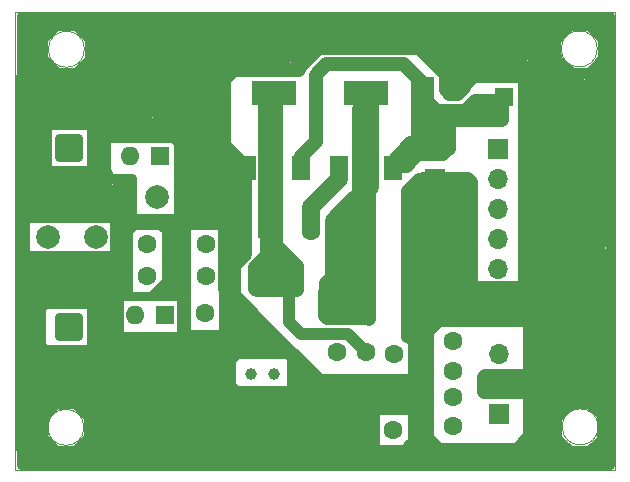
<source format=gbr>
%TF.GenerationSoftware,KiCad,Pcbnew,6.0.2*%
%TF.CreationDate,2022-11-10T22:55:41+01:00*%
%TF.ProjectId,SI4735,53493437-3335-42e6-9b69-6361645f7063,rev?*%
%TF.SameCoordinates,Original*%
%TF.FileFunction,Copper,L1,Top*%
%TF.FilePolarity,Positive*%
%FSLAX46Y46*%
G04 Gerber Fmt 4.6, Leading zero omitted, Abs format (unit mm)*
G04 Created by KiCad (PCBNEW 6.0.2) date 2022-11-10 22:55:41*
%MOMM*%
%LPD*%
G01*
G04 APERTURE LIST*
G04 Aperture macros list*
%AMRoundRect*
0 Rectangle with rounded corners*
0 $1 Rounding radius*
0 $2 $3 $4 $5 $6 $7 $8 $9 X,Y pos of 4 corners*
0 Add a 4 corners polygon primitive as box body*
4,1,4,$2,$3,$4,$5,$6,$7,$8,$9,$2,$3,0*
0 Add four circle primitives for the rounded corners*
1,1,$1+$1,$2,$3*
1,1,$1+$1,$4,$5*
1,1,$1+$1,$6,$7*
1,1,$1+$1,$8,$9*
0 Add four rect primitives between the rounded corners*
20,1,$1+$1,$2,$3,$4,$5,0*
20,1,$1+$1,$4,$5,$6,$7,0*
20,1,$1+$1,$6,$7,$8,$9,0*
20,1,$1+$1,$8,$9,$2,$3,0*%
G04 Aperture macros list end*
%TA.AperFunction,Profile*%
%ADD10C,0.050000*%
%TD*%
%TA.AperFunction,Profile*%
%ADD11C,0.100000*%
%TD*%
%TA.AperFunction,ComponentPad*%
%ADD12R,1.600000X1.600000*%
%TD*%
%TA.AperFunction,ComponentPad*%
%ADD13C,1.600000*%
%TD*%
%TA.AperFunction,ComponentPad*%
%ADD14RoundRect,0.200100X0.949900X-0.949900X0.949900X0.949900X-0.949900X0.949900X-0.949900X-0.949900X0*%
%TD*%
%TA.AperFunction,ComponentPad*%
%ADD15C,2.500000*%
%TD*%
%TA.AperFunction,ComponentPad*%
%ADD16R,1.700000X1.700000*%
%TD*%
%TA.AperFunction,ComponentPad*%
%ADD17O,1.700000X1.700000*%
%TD*%
%TA.AperFunction,ComponentPad*%
%ADD18C,1.000000*%
%TD*%
%TA.AperFunction,ComponentPad*%
%ADD19O,1.600000X1.600000*%
%TD*%
%TA.AperFunction,ComponentPad*%
%ADD20C,2.000000*%
%TD*%
%TA.AperFunction,SMDPad,CuDef*%
%ADD21R,1.500000X2.000000*%
%TD*%
%TA.AperFunction,SMDPad,CuDef*%
%ADD22R,3.800000X2.000000*%
%TD*%
%TA.AperFunction,Conductor*%
%ADD23C,0.600000*%
%TD*%
%TA.AperFunction,Conductor*%
%ADD24C,0.700000*%
%TD*%
%TA.AperFunction,Conductor*%
%ADD25C,0.800000*%
%TD*%
%TA.AperFunction,Conductor*%
%ADD26C,1.200000*%
%TD*%
%TA.AperFunction,Conductor*%
%ADD27C,1.500000*%
%TD*%
%TA.AperFunction,Conductor*%
%ADD28C,1.000000*%
%TD*%
%TA.AperFunction,Conductor*%
%ADD29C,0.400000*%
%TD*%
%TA.AperFunction,Conductor*%
%ADD30C,0.300000*%
%TD*%
%TA.AperFunction,Conductor*%
%ADD31C,1.100000*%
%TD*%
%TA.AperFunction,Conductor*%
%ADD32C,2.000000*%
%TD*%
%TA.AperFunction,Conductor*%
%ADD33C,0.500000*%
%TD*%
G04 APERTURE END LIST*
D10*
X243000000Y-45450000D02*
G75*
G03*
X243000000Y-45450000I-1526434J0D01*
G01*
X243076434Y-77450000D02*
G75*
G03*
X243076434Y-77450000I-1526434J0D01*
G01*
X199535580Y-77486292D02*
G75*
G03*
X199535580Y-77486292I-1526434J0D01*
G01*
X244475000Y-81120000D02*
X193725000Y-81120000D01*
X193725000Y-81120000D02*
X193725000Y-42300000D01*
X193725000Y-42300000D02*
X244475000Y-42300000D01*
X244475000Y-42300000D02*
X244475000Y-81120000D01*
X199576434Y-45480000D02*
G75*
G03*
X199576434Y-45480000I-1526434J0D01*
G01*
D11*
%TO.C,J2*%
X193760000Y-49540000D02*
X193760000Y-58140000D01*
%TO.C,J3*%
X193760000Y-64720000D02*
X193760000Y-73320000D01*
%TD*%
D12*
%TO.P,C4,1*%
%TO.N,Net-(C4-Pad1)*%
X220750000Y-60850000D03*
D13*
%TO.P,C4,2*%
%TO.N,GND*%
X218750000Y-60850000D03*
%TD*%
%TO.P,C5,1*%
%TO.N,Net-(C5-Pad1)*%
X223450000Y-71150000D03*
%TO.P,C5,2*%
%TO.N,Net-(C5-Pad2)*%
X220950000Y-71150000D03*
%TD*%
%TO.P,C6,1*%
%TO.N,Net-(C6-Pad1)*%
X204900000Y-62000000D03*
%TO.P,C6,2*%
%TO.N,Net-(C6-Pad2)*%
X209900000Y-62000000D03*
%TD*%
%TO.P,C7,1*%
%TO.N,Net-(C7-Pad1)*%
X204900000Y-64650000D03*
%TO.P,C7,2*%
%TO.N,Net-(C7-Pad2)*%
X209900000Y-64650000D03*
%TD*%
D12*
%TO.P,C8,1*%
%TO.N,Net-(C5-Pad1)*%
X215000000Y-60700000D03*
D13*
%TO.P,C8,2*%
%TO.N,GND*%
X213000000Y-60700000D03*
%TD*%
%TO.P,C9,1*%
%TO.N,Net-(C9-Pad1)*%
X230800000Y-70200000D03*
%TO.P,C9,2*%
%TO.N,Net-(C12-Pad2)*%
X230800000Y-72700000D03*
%TD*%
%TO.P,C10,1*%
%TO.N,Net-(C10-Pad1)*%
X230800000Y-77400000D03*
%TO.P,C10,2*%
%TO.N,Net-(C10-Pad2)*%
X230800000Y-74900000D03*
%TD*%
%TO.P,C11,1*%
%TO.N,GND*%
X228200000Y-77700000D03*
%TO.P,C11,2*%
%TO.N,Net-(C10-Pad2)*%
X225700000Y-77700000D03*
%TD*%
%TO.P,C12,1*%
%TO.N,GND*%
X228300000Y-71300000D03*
%TO.P,C12,2*%
%TO.N,Net-(C12-Pad2)*%
X225800000Y-71300000D03*
%TD*%
D14*
%TO.P,J2,1,Pin_1*%
%TO.N,Net-(C6-Pad1)*%
X198260000Y-53840000D03*
D15*
%TO.P,J2,2,Pin_2*%
%TO.N,GND*%
X200800000Y-56380000D03*
X200800000Y-51300000D03*
X195720000Y-56380000D03*
X195720000Y-51300000D03*
%TD*%
D14*
%TO.P,J3,1,Pin_1*%
%TO.N,Net-(C7-Pad1)*%
X198260000Y-69020000D03*
D15*
%TO.P,J3,2,Pin_2*%
%TO.N,GND*%
X195720000Y-66480000D03*
X195720000Y-71560000D03*
X200800000Y-66480000D03*
X200800000Y-71560000D03*
%TD*%
D16*
%TO.P,J4,1,Pin_1*%
%TO.N,Net-(C10-Pad1)*%
X234700000Y-76380000D03*
D17*
%TO.P,J4,2,Pin_2*%
%TO.N,GND*%
X234700000Y-73840000D03*
%TO.P,J4,3,Pin_3*%
%TO.N,Net-(C9-Pad1)*%
X234700000Y-71300000D03*
%TD*%
D16*
%TO.P,J5,1,Pin_1*%
%TO.N,GND*%
X229300000Y-56475000D03*
D17*
%TO.P,J5,2,Pin_2*%
%TO.N,Net-(C14-Pad1)*%
X229300000Y-53935000D03*
%TD*%
D18*
%TO.P,Y1,1,1*%
%TO.N,Net-(C2-Pad1)*%
X215600000Y-73000000D03*
%TO.P,Y1,2,2*%
%TO.N,Net-(C3-Pad1)*%
X213700000Y-73000000D03*
%TD*%
D13*
%TO.P,R11,1*%
%TO.N,Net-(R11-Pad1)*%
X209750000Y-67850000D03*
D19*
%TO.P,R11,2*%
%TO.N,Net-(C4-Pad1)*%
X222450000Y-67850000D03*
%TD*%
D12*
%TO.P,D4,1,K*%
%TO.N,Net-(C6-Pad1)*%
X205950000Y-54530000D03*
D19*
%TO.P,D4,2,A*%
%TO.N,GND*%
X205950000Y-46910000D03*
%TD*%
D12*
%TO.P,C14,1*%
%TO.N,Net-(C14-Pad1)*%
X228450000Y-48600000D03*
D13*
%TO.P,C14,2*%
%TO.N,GND*%
X230450000Y-48600000D03*
%TD*%
D20*
%TO.P,L2,1,1*%
%TO.N,Net-(C6-Pad1)*%
X205700000Y-58000000D03*
%TO.P,L2,2,2*%
%TO.N,GND*%
X209700000Y-58000000D03*
%TD*%
D12*
%TO.P,D1,1,K*%
%TO.N,GND*%
X203850000Y-75570000D03*
D19*
%TO.P,D1,2,A*%
%TO.N,Net-(C7-Pad1)*%
X203850000Y-67950000D03*
%TD*%
D12*
%TO.P,C15,1*%
%TO.N,Net-(C14-Pad1)*%
X235080000Y-49525113D03*
D13*
%TO.P,C15,2*%
%TO.N,GND*%
X235080000Y-47525113D03*
%TD*%
D21*
%TO.P,U1,1,GND*%
%TO.N,GND*%
X221100000Y-55500000D03*
D22*
%TO.P,U1,2,VO*%
%TO.N,Net-(C4-Pad1)*%
X223400000Y-49200000D03*
D21*
X223400000Y-55500000D03*
%TO.P,U1,3,VI*%
%TO.N,Net-(C14-Pad1)*%
X225700000Y-55500000D03*
%TD*%
D12*
%TO.P,D3,1,K*%
%TO.N,GND*%
X203400000Y-46900000D03*
D19*
%TO.P,D3,2,A*%
%TO.N,Net-(C6-Pad1)*%
X203400000Y-54520000D03*
%TD*%
D20*
%TO.P,L1,1,1*%
%TO.N,Net-(C7-Pad1)*%
X200520000Y-61360000D03*
%TO.P,L1,2,2*%
%TO.N,Net-(C6-Pad1)*%
X196520000Y-61360000D03*
%TD*%
D21*
%TO.P,U3,1,GND*%
%TO.N,GND*%
X213300000Y-55500000D03*
%TO.P,U3,2,VO*%
%TO.N,Net-(C5-Pad1)*%
X215600000Y-55500000D03*
D22*
X215600000Y-49200000D03*
D21*
%TO.P,U3,3,VI*%
%TO.N,Net-(C14-Pad1)*%
X217900000Y-55500000D03*
%TD*%
D16*
%TO.P,J6,1,Pin_1*%
%TO.N,Net-(C4-Pad1)*%
X234600000Y-53900000D03*
D17*
%TO.P,J6,2,Pin_2*%
%TO.N,Net-(J6-Pad2)*%
X234600000Y-56440000D03*
%TO.P,J6,3,Pin_3*%
%TO.N,Net-(J6-Pad3)*%
X234600000Y-58980000D03*
%TO.P,J6,4,Pin_4*%
%TO.N,Net-(J6-Pad4)*%
X234600000Y-61520000D03*
%TO.P,J6,5,Pin_5*%
%TO.N,Net-(J6-Pad5)*%
X234600000Y-64060000D03*
%TO.P,J6,6,Pin_6*%
%TO.N,GND*%
X234600000Y-66600000D03*
%TD*%
D12*
%TO.P,D2,1,K*%
%TO.N,Net-(C7-Pad1)*%
X206400000Y-67950000D03*
D19*
%TO.P,D2,2,A*%
%TO.N,GND*%
X206400000Y-75570000D03*
%TD*%
D23*
%TO.N,GND*%
X209600000Y-54100000D02*
X209600000Y-53600000D01*
D24*
X209775000Y-71175000D02*
X209775000Y-71975000D01*
D25*
X244074980Y-63325020D02*
X243309511Y-64090489D01*
D24*
X204975000Y-71975000D02*
X204625000Y-71975000D01*
D25*
X241400000Y-53400000D02*
X240200000Y-53400000D01*
D26*
X228600000Y-64700000D02*
X228300489Y-64999511D01*
X211000000Y-55500000D02*
X209600000Y-54100000D01*
D27*
X213000000Y-60700000D02*
X213000000Y-62810002D01*
D26*
X220200000Y-44250000D02*
X220550000Y-44250000D01*
X212200001Y-65062050D02*
X212200001Y-66099999D01*
D25*
X200800000Y-74513708D02*
X194880842Y-74513708D01*
D28*
X231750000Y-79650000D02*
X231898000Y-79502000D01*
D25*
X203620000Y-58280000D02*
X203225000Y-58675000D01*
D26*
X232300000Y-61600000D02*
X232300000Y-62900000D01*
D29*
X213090000Y-69800000D02*
X213090000Y-68950000D01*
D26*
X199299980Y-80399980D02*
X198380794Y-80399980D01*
X226650000Y-45050000D02*
X228000000Y-45050000D01*
D25*
X228200000Y-77700000D02*
X227375000Y-78525000D01*
X236040000Y-45410000D02*
X235615000Y-44985000D01*
X195720000Y-51300000D02*
X195720000Y-51720000D01*
X202799511Y-59100489D02*
X202950489Y-59100489D01*
D24*
X210998533Y-78301467D02*
X211199511Y-78100489D01*
D25*
X227300000Y-74000000D02*
X227300000Y-74550000D01*
X240284000Y-80499980D02*
X240064000Y-80719980D01*
D24*
X210799998Y-70800000D02*
X210799998Y-73049998D01*
D25*
X227300000Y-73350000D02*
X219610000Y-73350000D01*
X227300000Y-79601300D02*
X227000650Y-79900650D01*
X194770000Y-70030000D02*
X194360020Y-70439980D01*
D26*
X201399980Y-80000020D02*
X201399980Y-78832886D01*
D30*
X200800000Y-55150000D02*
X200800000Y-51100000D01*
D26*
X207975000Y-59725000D02*
X208050000Y-59650000D01*
D23*
X212200001Y-62399999D02*
X213000000Y-61600000D01*
D24*
X209350000Y-74350000D02*
X207500000Y-74350000D01*
D27*
X213000000Y-62810002D02*
X212000000Y-63810002D01*
D26*
X201399980Y-80000020D02*
X201399980Y-79932886D01*
X199190000Y-47830000D02*
X199260000Y-47760000D01*
X214929220Y-46620780D02*
X214079220Y-46620780D01*
X239750000Y-61650000D02*
X237750000Y-61650000D01*
D31*
X211540489Y-70040489D02*
X211800000Y-70300000D01*
D26*
X206825000Y-51875000D02*
X204825000Y-51875000D01*
D25*
X233600000Y-47600000D02*
X232850000Y-47600000D01*
D28*
X219800000Y-76075000D02*
X219412500Y-75687500D01*
D29*
X214165001Y-68064999D02*
X213074999Y-68064999D01*
D24*
X204775000Y-73275000D02*
X204625000Y-73125000D01*
D26*
X209600020Y-80399980D02*
X221224980Y-80399980D01*
D29*
X213205001Y-67104999D02*
X212200001Y-66099999D01*
D25*
X223400000Y-77350000D02*
X223100000Y-77050000D01*
D26*
X202050000Y-46000000D02*
X207000000Y-46000000D01*
X200800000Y-51300000D02*
X199200000Y-49700000D01*
X209600000Y-49250000D02*
X209600000Y-48900000D01*
X229600000Y-56975000D02*
X231075000Y-56975000D01*
D25*
X244074980Y-46575020D02*
X244074980Y-45074980D01*
D24*
X211800000Y-72750000D02*
X211800000Y-70300000D01*
D25*
X234400000Y-47600000D02*
X233600000Y-47600000D01*
X208025000Y-53075000D02*
X208025000Y-56175000D01*
D26*
X242419510Y-67919510D02*
X241680490Y-67919510D01*
X228300489Y-66900489D02*
X228300489Y-66000489D01*
D24*
X208990000Y-71510000D02*
X209065000Y-71435000D01*
D26*
X210150000Y-58850000D02*
X210975000Y-59675000D01*
D30*
X212600000Y-57500000D02*
X212600000Y-56200000D01*
D24*
X211500000Y-75350000D02*
X211500000Y-74500000D01*
D28*
X217474511Y-78325489D02*
X216900489Y-78325489D01*
D26*
X199392000Y-72900000D02*
X199100000Y-72900000D01*
X238100000Y-53400000D02*
X237500000Y-53400000D01*
D28*
X219412500Y-75687500D02*
X219137500Y-75412500D01*
D25*
X236300000Y-73000000D02*
X236500000Y-73000000D01*
X228000000Y-70200000D02*
X228300000Y-69900000D01*
D28*
X221150000Y-78000000D02*
X221150000Y-75825000D01*
D26*
X209600020Y-78435980D02*
X209600020Y-78400020D01*
D25*
X233500000Y-47050000D02*
X233900000Y-47050000D01*
X238000000Y-61900000D02*
X238200000Y-62100000D01*
X227300000Y-74550000D02*
X227300000Y-74950000D01*
X202570000Y-56380000D02*
X195720000Y-56380000D01*
D26*
X237500000Y-61400000D02*
X243700000Y-61400000D01*
X228800000Y-44400000D02*
X228650000Y-44250000D01*
X209600000Y-48900000D02*
X207950000Y-47250000D01*
X207499511Y-60400489D02*
X207499511Y-65700489D01*
D28*
X231856000Y-79756000D02*
X238306000Y-79756000D01*
D26*
X233600489Y-68399511D02*
X235439509Y-68399511D01*
D25*
X223099960Y-78150000D02*
X221974980Y-77025020D01*
X234340000Y-43710000D02*
X233976433Y-43346433D01*
X229136547Y-43563453D02*
X217316587Y-43563453D01*
X203620000Y-57670000D02*
X203280000Y-57670000D01*
D28*
X203040000Y-75760000D02*
X202999980Y-75800020D01*
D26*
X220550000Y-44250000D02*
X228650000Y-44250000D01*
D24*
X206325000Y-72775000D02*
X206325000Y-73775000D01*
D25*
X207925000Y-49575000D02*
X207925000Y-50175000D01*
X243050000Y-52550000D02*
X243050000Y-53150000D01*
D27*
X212000000Y-63810002D02*
X212000000Y-67200000D01*
D25*
X235275000Y-44025000D02*
X235050000Y-43800000D01*
D28*
X217787500Y-75287500D02*
X217050000Y-74550000D01*
D26*
X198874088Y-79638031D02*
X200609146Y-77902973D01*
D24*
X205675000Y-73275000D02*
X205675000Y-73775000D01*
D25*
X238000000Y-54600000D02*
X238000000Y-61900000D01*
X196500000Y-79700000D02*
X195650020Y-79700000D01*
D26*
X196199553Y-78695885D02*
X195629146Y-78125478D01*
D31*
X208430000Y-69720000D02*
X207975000Y-70175000D01*
D25*
X234700000Y-73840000D02*
X235460000Y-73840000D01*
D26*
X216500000Y-70800000D02*
X215500000Y-69800000D01*
D25*
X239150000Y-47600000D02*
X239600000Y-48050000D01*
X234300000Y-45800000D02*
X234300000Y-45350000D01*
D26*
X236600000Y-65500000D02*
X236600000Y-66400000D01*
D28*
X231898000Y-79502000D02*
X237744000Y-79502000D01*
D24*
X212804950Y-77845050D02*
X213950000Y-76700000D01*
D28*
X217800000Y-73800000D02*
X217300000Y-73300000D01*
D26*
X194360020Y-79290000D02*
X194360020Y-77989980D01*
X200800000Y-49300000D02*
X199260000Y-47760000D01*
D25*
X237000000Y-47900000D02*
X236700000Y-47600000D01*
D26*
X208950000Y-56200000D02*
X209600000Y-55550000D01*
D25*
X241700000Y-54350000D02*
X241700000Y-62000000D01*
D26*
X196849553Y-79345885D02*
X196199553Y-78695885D01*
D25*
X236040000Y-45940000D02*
X236700000Y-46600000D01*
D24*
X212450000Y-74450000D02*
X210710000Y-72710000D01*
D28*
X237744000Y-72390000D02*
X237744000Y-71882000D01*
D24*
X211500000Y-77650000D02*
X211875000Y-77275000D01*
D25*
X226900000Y-69800000D02*
X227300000Y-70200000D01*
X203625000Y-51875000D02*
X203625000Y-50925000D01*
D30*
X200800000Y-51100000D02*
X195720000Y-51100000D01*
D28*
X200266000Y-75343146D02*
X200709146Y-74900000D01*
D25*
X228000000Y-79250000D02*
X228200000Y-79450000D01*
D26*
X200800000Y-71000000D02*
X201800000Y-70000000D01*
D29*
X213074999Y-68064999D02*
X212699999Y-68439999D01*
D25*
X243150000Y-69050978D02*
X242900489Y-69300489D01*
D24*
X208110000Y-73960000D02*
X208540000Y-73960000D01*
D26*
X217200000Y-47250000D02*
X212250000Y-47250000D01*
D25*
X232325000Y-48125000D02*
X231850000Y-48600000D01*
D26*
X230099980Y-80399980D02*
X230300020Y-80399980D01*
D25*
X203625000Y-51875000D02*
X203050000Y-51300000D01*
X241300000Y-68326000D02*
X241300000Y-73943022D01*
X235475000Y-46725000D02*
X235475000Y-45125000D01*
D26*
X195890000Y-44632176D02*
X195890000Y-46339186D01*
D28*
X217451467Y-77000489D02*
X218125489Y-77674511D01*
D24*
X206325000Y-72775000D02*
X205425000Y-72775000D01*
D26*
X205325000Y-50475000D02*
X205325000Y-49025000D01*
D28*
X202243146Y-73346854D02*
X202243146Y-70116854D01*
D29*
X212400000Y-55500000D02*
X211400000Y-54500000D01*
D25*
X233199511Y-68399511D02*
X231900489Y-68399511D01*
D24*
X203410000Y-71810000D02*
X203710000Y-71510000D01*
D29*
X214855000Y-69155000D02*
X214785000Y-69085000D01*
D26*
X215500000Y-69800000D02*
X214220000Y-69800000D01*
X209600000Y-55550000D02*
X209600000Y-54100000D01*
D24*
X212450000Y-74300000D02*
X215000000Y-74300000D01*
D26*
X200800000Y-47250000D02*
X201525000Y-46525000D01*
D25*
X231800000Y-45350000D02*
X233500000Y-47050000D01*
X241400000Y-53400000D02*
X241400000Y-54000000D01*
D26*
X200452793Y-44857207D02*
X200452793Y-46093888D01*
X217250000Y-47200000D02*
X218425000Y-46025000D01*
X212300000Y-58900000D02*
X210800000Y-57400000D01*
D25*
X239086399Y-45986399D02*
X239536399Y-45986399D01*
X237250000Y-54600000D02*
X238000000Y-54600000D01*
X239150000Y-53350000D02*
X239200000Y-53400000D01*
D28*
X220425000Y-78725000D02*
X220425000Y-79600000D01*
D25*
X227850000Y-70800000D02*
X226900000Y-69850000D01*
D26*
X217250000Y-47200000D02*
X220200000Y-44250000D01*
D24*
X211199511Y-78100489D02*
X211199511Y-77950489D01*
D25*
X207350000Y-59750000D02*
X206699511Y-60400489D01*
D26*
X212250000Y-47250000D02*
X211400000Y-48100000D01*
X230799511Y-58899511D02*
X229259511Y-58899511D01*
X195720000Y-77930020D02*
X195225010Y-78425010D01*
D24*
X212050000Y-73900000D02*
X212450000Y-74300000D01*
D25*
X244074980Y-42700020D02*
X244074980Y-42700000D01*
X241700000Y-62000000D02*
X242400000Y-62700000D01*
D28*
X210300000Y-73300000D02*
X210300000Y-70900000D01*
D25*
X230749022Y-48300000D02*
X231550000Y-48300000D01*
X203600000Y-59750000D02*
X203525000Y-59675000D01*
X244074980Y-64724980D02*
X244074980Y-63325020D01*
X204825000Y-51875000D02*
X203625000Y-51875000D01*
D26*
X195225010Y-78425010D02*
X195650000Y-78850000D01*
D25*
X243974960Y-43425000D02*
X244074980Y-43525020D01*
X237590489Y-63140489D02*
X243890449Y-63140489D01*
D26*
X195720000Y-51300000D02*
X196710000Y-50310000D01*
D25*
X234325000Y-46625000D02*
X234325000Y-45825000D01*
X196413840Y-58841606D02*
X195091606Y-58841606D01*
X195720000Y-68480000D02*
X195720000Y-66480000D01*
D26*
X200452793Y-44857207D02*
X200232793Y-44637207D01*
X214220000Y-69800000D02*
X213090000Y-69800000D01*
D28*
X239522000Y-80499980D02*
X240284000Y-80499980D01*
D25*
X227550000Y-79450000D02*
X227000650Y-78900650D01*
X242900489Y-68400489D02*
X242900489Y-69300489D01*
D26*
X208975000Y-54925000D02*
X208525000Y-54475000D01*
D29*
X214630001Y-68930001D02*
X214630001Y-68529999D01*
D26*
X209600000Y-57400000D02*
X209600000Y-49250000D01*
D25*
X238460000Y-73840000D02*
X238760000Y-74140000D01*
X235705020Y-43144980D02*
X244074980Y-43144980D01*
D28*
X202243146Y-73346854D02*
X201710000Y-73880000D01*
D25*
X204430978Y-59750000D02*
X204015489Y-60165489D01*
X199089351Y-79422769D02*
X200146471Y-78365649D01*
D28*
X243471306Y-78347852D02*
X243471306Y-76822694D01*
D25*
X244074980Y-42700000D02*
X243050000Y-42700000D01*
X240450000Y-65700000D02*
X239069510Y-67080490D01*
D24*
X206990000Y-73960000D02*
X207510000Y-73960000D01*
D25*
X194360020Y-70200020D02*
X194360020Y-69260020D01*
X241850000Y-52887949D02*
X242419510Y-53457459D01*
X216212500Y-77637500D02*
X215999511Y-77424511D01*
D26*
X214300489Y-79299511D02*
X215575489Y-79299511D01*
D25*
X237800000Y-54300000D02*
X237500000Y-54300000D01*
D24*
X212500000Y-71100000D02*
X212050000Y-71550000D01*
D25*
X237200000Y-47600000D02*
X237200000Y-53100000D01*
D28*
X216500000Y-70800000D02*
X216625000Y-70925000D01*
D25*
X240900000Y-64500000D02*
X240900000Y-65250000D01*
D26*
X213300000Y-55500000D02*
X212500000Y-55500000D01*
X222249520Y-45350480D02*
X216199520Y-45350480D01*
X218425000Y-46025000D02*
X217200000Y-47250000D01*
D24*
X208505000Y-72775000D02*
X207715000Y-71985000D01*
D26*
X228700978Y-65600000D02*
X232300000Y-65600000D01*
D24*
X211875000Y-77275000D02*
X212000000Y-77150000D01*
D26*
X195110020Y-47089980D02*
X194360020Y-47839980D01*
D28*
X237744000Y-71120000D02*
X237744000Y-70358000D01*
D25*
X243050000Y-42700000D02*
X242740000Y-43010000D01*
X234325000Y-46875000D02*
X234325000Y-46625000D01*
X237744000Y-74676000D02*
X237346000Y-74676000D01*
X242273811Y-43521656D02*
X243400965Y-44648810D01*
D24*
X209775000Y-72775000D02*
X208505000Y-72775000D01*
D25*
X235050000Y-47600000D02*
X236700000Y-47600000D01*
D26*
X210300000Y-73300000D02*
X211400000Y-72200000D01*
D24*
X209775000Y-71975000D02*
X209125000Y-71975000D01*
D28*
X218300000Y-73800000D02*
X217800000Y-73800000D01*
D24*
X211106854Y-74956854D02*
X210256854Y-74956854D01*
X203125000Y-72775000D02*
X203040000Y-72860000D01*
D26*
X202350000Y-46450000D02*
X200800000Y-48000000D01*
D25*
X238400000Y-47300000D02*
X238400000Y-54400000D01*
D24*
X211100000Y-74350000D02*
X209350000Y-74350000D01*
D29*
X214395001Y-69064999D02*
X213860001Y-68529999D01*
D28*
X217550000Y-74550000D02*
X217300000Y-74300000D01*
D24*
X210899980Y-78400020D02*
X210998533Y-78301467D01*
D25*
X233150000Y-73150000D02*
X234852000Y-73150000D01*
D24*
X203040000Y-73960000D02*
X203040000Y-72860000D01*
D26*
X209100000Y-46750000D02*
X201750000Y-46750000D01*
D28*
X215600000Y-76000000D02*
X215600489Y-75999511D01*
D24*
X203040000Y-72180000D02*
X203410000Y-71810000D01*
D25*
X241299511Y-74949511D02*
X241299511Y-68326489D01*
X209100000Y-48400000D02*
X207925000Y-49575000D01*
X204015489Y-60165489D02*
X203290000Y-60890978D01*
X209600000Y-49250000D02*
X209000000Y-49250000D01*
D26*
X232300000Y-56700000D02*
X232300000Y-58500000D01*
D25*
X242000000Y-53400000D02*
X241400000Y-54000000D01*
X203225000Y-58675000D02*
X202799511Y-59100489D01*
X241100000Y-68500000D02*
X241100000Y-68700000D01*
D26*
X237590489Y-65709511D02*
X237800000Y-65500000D01*
D24*
X208740000Y-71510000D02*
X208990000Y-71510000D01*
D25*
X240500000Y-55300000D02*
X240300000Y-55300000D01*
D26*
X209050000Y-54100000D02*
X208025000Y-53075000D01*
D28*
X226900000Y-57500000D02*
X226900000Y-65900000D01*
X219087989Y-78637011D02*
X218650489Y-78199511D01*
X204499940Y-78299980D02*
X204999980Y-78800020D01*
D29*
X213160001Y-67969999D02*
X212965000Y-68165000D01*
D26*
X204475000Y-51325000D02*
X205325000Y-50475000D01*
D25*
X219610000Y-73350000D02*
X219050000Y-73350000D01*
D28*
X242062000Y-73738000D02*
X242062000Y-68301020D01*
D26*
X211400000Y-55350000D02*
X211250000Y-55500000D01*
D24*
X203675000Y-70425000D02*
X203040000Y-71060000D01*
D25*
X240150000Y-47600000D02*
X240150000Y-52800000D01*
D26*
X198280489Y-64880489D02*
X194769045Y-64880489D01*
D25*
X241826020Y-80499980D02*
X241050020Y-80499980D01*
X237744000Y-73152000D02*
X233952000Y-73152000D01*
X237575000Y-48475000D02*
X237000000Y-47900000D01*
X233500000Y-47600000D02*
X233600000Y-47600000D01*
X231950000Y-44250000D02*
X231950000Y-44500000D01*
D26*
X218550489Y-79299511D02*
X219750489Y-79299511D01*
X234260000Y-43010000D02*
X242740000Y-43010000D01*
X208950000Y-59750000D02*
X208950000Y-56200000D01*
D28*
X237744000Y-75692000D02*
X237998000Y-75438000D01*
D25*
X227329220Y-45050000D02*
X229514610Y-47235390D01*
D26*
X201800000Y-65937949D02*
X201800000Y-70000000D01*
X212200001Y-68439999D02*
X212200001Y-68999999D01*
D29*
X213930001Y-67829999D02*
X212429999Y-67829999D01*
D23*
X213000000Y-61600000D02*
X213000000Y-62000000D01*
D25*
X203280000Y-57670000D02*
X202409022Y-57670000D01*
X238150000Y-64500000D02*
X237650000Y-65000000D01*
X199517487Y-78994633D02*
X199089351Y-79422769D01*
D26*
X231750000Y-79650000D02*
X230350000Y-79650000D01*
D25*
X199610000Y-65290000D02*
X199200489Y-64880489D01*
D26*
X213300000Y-55500000D02*
X211400000Y-53600000D01*
D25*
X195720000Y-51300000D02*
X195720000Y-52080000D01*
X223400000Y-75550000D02*
X222500000Y-75550000D01*
D29*
X214785000Y-69085000D02*
X213885000Y-69085000D01*
D25*
X239536399Y-46163601D02*
X238400000Y-47300000D01*
D28*
X205099980Y-78299980D02*
X201613728Y-78299980D01*
D26*
X196199553Y-78695885D02*
X195880786Y-78377118D01*
D25*
X237590489Y-64090489D02*
X237590489Y-63140489D01*
X195960770Y-58388536D02*
X194360020Y-58388536D01*
X240200000Y-53400000D02*
X239200000Y-54400000D01*
D26*
X229300000Y-56475000D02*
X228225000Y-56475000D01*
D24*
X209417050Y-77845050D02*
X212804950Y-77845050D01*
D26*
X200800000Y-48950000D02*
X202500000Y-47250000D01*
X221449980Y-73699980D02*
X219900020Y-73699980D01*
D25*
X243921616Y-43521656D02*
X236428344Y-43521656D01*
D29*
X215500000Y-69800000D02*
X214580000Y-69800000D01*
D30*
X212600000Y-56200000D02*
X213300000Y-55500000D01*
D25*
X240567517Y-47284557D02*
X240885195Y-47284557D01*
D26*
X230350000Y-79650000D02*
X230300020Y-79600020D01*
D24*
X212050000Y-71550000D02*
X212050000Y-73900000D01*
D25*
X200800000Y-53000000D02*
X207050000Y-53000000D01*
D26*
X240150000Y-61650000D02*
X239750000Y-61650000D01*
D25*
X243700000Y-55350000D02*
X243050000Y-54700000D01*
D26*
X229600000Y-56975000D02*
X229275000Y-57300000D01*
D25*
X195020000Y-69180000D02*
X195720000Y-68480000D01*
X196400000Y-57467766D02*
X196287277Y-57580489D01*
X239550000Y-55300000D02*
X238550000Y-55300000D01*
D28*
X202243146Y-77456814D02*
X202631382Y-77845050D01*
D26*
X201399980Y-80399980D02*
X202999980Y-80399980D01*
X200146471Y-76596253D02*
X200146471Y-78365649D01*
D25*
X239200000Y-56650000D02*
X239200000Y-60600000D01*
D29*
X212699999Y-68439999D02*
X214060000Y-69800000D01*
D25*
X233150000Y-73150000D02*
X233150000Y-73550000D01*
D26*
X217300000Y-72700000D02*
X217300000Y-72500000D01*
D25*
X237346000Y-74676000D02*
X236510000Y-73840000D01*
X238100000Y-53400000D02*
X238100000Y-49000000D01*
D29*
X214395001Y-69064999D02*
X214395001Y-68764999D01*
D26*
X198360000Y-48660000D02*
X196680040Y-48660000D01*
D23*
X212200001Y-61699999D02*
X212900001Y-61699999D01*
D25*
X235875000Y-44625000D02*
X235275000Y-44025000D01*
D26*
X205599980Y-79799980D02*
X204999980Y-80399980D01*
D25*
X243700000Y-61400000D02*
X243700000Y-55350000D01*
D28*
X237744000Y-76200000D02*
X237744000Y-75692000D01*
D26*
X232700000Y-67400000D02*
X228800000Y-67400000D01*
D25*
X241921656Y-43521656D02*
X242521656Y-43521656D01*
D26*
X206250000Y-47250000D02*
X206250000Y-47450000D01*
D24*
X213754950Y-77845050D02*
X213799511Y-77800489D01*
D26*
X219125000Y-45325000D02*
X219475000Y-45325000D01*
D25*
X209199511Y-59100489D02*
X209450000Y-58850000D01*
X241334045Y-47384045D02*
X240741519Y-47384045D01*
D26*
X214300489Y-79299511D02*
X214300489Y-78301467D01*
D23*
X209600000Y-53600000D02*
X208550000Y-52550000D01*
D25*
X238100000Y-53750000D02*
X237250000Y-54600000D01*
D26*
X200266000Y-75743146D02*
X201466000Y-76943146D01*
D29*
X215500000Y-69800000D02*
X215500000Y-69399998D01*
D24*
X205675000Y-71975000D02*
X205675000Y-73275000D01*
D26*
X234600000Y-66600000D02*
X228900000Y-66600000D01*
D25*
X202799511Y-59100489D02*
X202799511Y-57100489D01*
D26*
X231600489Y-58899511D02*
X231900000Y-58600000D01*
D25*
X233600000Y-73000000D02*
X233450000Y-72850000D01*
D24*
X208100489Y-64950489D02*
X208100489Y-65749511D01*
D25*
X234700000Y-42700000D02*
X235425000Y-43425000D01*
D26*
X202319511Y-63919511D02*
X202319511Y-62919511D01*
X202243146Y-77456814D02*
X202243146Y-74956854D01*
D25*
X203620000Y-57080000D02*
X202820000Y-57080000D01*
D24*
X212956854Y-74956854D02*
X212450000Y-74450000D01*
X211200000Y-73450000D02*
X212650000Y-74900000D01*
D28*
X203113728Y-79799980D02*
X201613728Y-78299980D01*
D26*
X235439509Y-68399511D02*
X235919510Y-67919510D01*
D29*
X214060000Y-69800000D02*
X214220000Y-69800000D01*
D25*
X243400020Y-80499980D02*
X243400020Y-79930020D01*
D28*
X215999511Y-75999511D02*
X218550489Y-75999511D01*
D25*
X237592000Y-73000000D02*
X237744000Y-73152000D01*
D23*
X212200001Y-61499999D02*
X212200001Y-61699999D01*
D24*
X206510000Y-73960000D02*
X206990000Y-73960000D01*
X204075000Y-71975000D02*
X203575000Y-71975000D01*
D25*
X231550000Y-46300000D02*
X232850000Y-47600000D01*
D26*
X203400000Y-47950000D02*
X203400000Y-47250000D01*
X231900000Y-58600000D02*
X232300000Y-58200000D01*
X238912490Y-67919510D02*
X235919510Y-67919510D01*
D24*
X209775000Y-72775000D02*
X209775000Y-73925000D01*
D25*
X239742000Y-80719980D02*
X244050000Y-80719980D01*
D24*
X213250000Y-77400000D02*
X213250000Y-76000000D01*
D26*
X212100002Y-67200000D02*
X212200001Y-67299999D01*
X227300650Y-79900650D02*
X227000650Y-79900650D01*
D28*
X231075000Y-56975000D02*
X231075000Y-57084022D01*
D26*
X194560489Y-59560489D02*
X194500000Y-59500000D01*
D25*
X239536399Y-44863601D02*
X239536399Y-45986399D01*
D26*
X204850000Y-47250000D02*
X205200000Y-47250000D01*
X237100000Y-62700000D02*
X238400000Y-61400000D01*
D25*
X195000000Y-52800000D02*
X195000000Y-58750000D01*
X223400000Y-78150000D02*
X223400000Y-78800000D01*
D26*
X229600000Y-56975000D02*
X229600000Y-59900978D01*
X206850000Y-50550000D02*
X205325000Y-49025000D01*
D25*
X237590489Y-63140489D02*
X237590489Y-62709511D01*
X203225000Y-58675000D02*
X203225000Y-57725000D01*
X223100000Y-77050000D02*
X222550020Y-76500020D01*
D26*
X212550000Y-56250000D02*
X210750000Y-56250000D01*
D25*
X242649980Y-80499980D02*
X242425000Y-80275000D01*
X239000000Y-62900000D02*
X238200000Y-62100000D01*
X232850000Y-47600000D02*
X232325000Y-48125000D01*
D29*
X213930001Y-67829999D02*
X213635001Y-67534999D01*
D25*
X236700000Y-53500000D02*
X236700000Y-54550000D01*
D26*
X210900000Y-59750000D02*
X208950000Y-59750000D01*
X242362051Y-53400000D02*
X241400000Y-53400000D01*
X200800000Y-47350000D02*
X200800000Y-47250000D01*
D25*
X208025000Y-55875000D02*
X208975000Y-54925000D01*
D23*
X213000000Y-60700000D02*
X213000000Y-61600000D01*
D28*
X201556854Y-74956854D02*
X201448854Y-74956854D01*
D25*
X243400020Y-79930020D02*
X243055040Y-80275000D01*
D31*
X211480000Y-69720000D02*
X208430000Y-69720000D01*
D26*
X196710000Y-50310000D02*
X197310000Y-49710000D01*
D25*
X196941198Y-75542345D02*
X196081783Y-76401760D01*
X241700000Y-54600000D02*
X242419510Y-53880490D01*
D26*
X231399511Y-60999511D02*
X232000000Y-61600000D01*
D29*
X213090000Y-68950000D02*
X213090000Y-68430000D01*
D26*
X211800000Y-70800000D02*
X216500000Y-70800000D01*
X231950000Y-44250000D02*
X231050000Y-45150000D01*
D25*
X233150000Y-74000000D02*
X233150000Y-74500000D01*
X222550020Y-76500020D02*
X221449980Y-76500020D01*
D24*
X210799998Y-73049998D02*
X211200000Y-73450000D01*
D26*
X210650000Y-47250000D02*
X210750000Y-47250000D01*
D25*
X215999511Y-77424511D02*
X215999511Y-75999511D01*
D24*
X212775000Y-76025000D02*
X212450000Y-75700000D01*
D26*
X217300000Y-71600000D02*
X219050000Y-73350000D01*
D24*
X206875000Y-71975000D02*
X206325000Y-71975000D01*
D26*
X196100000Y-48500000D02*
X194930000Y-48500000D01*
X228300489Y-58899511D02*
X230799511Y-58899511D01*
D25*
X240900000Y-61350000D02*
X240600000Y-61650000D01*
D26*
X230300020Y-80399980D02*
X230300020Y-79600020D01*
D25*
X234340000Y-43710000D02*
X233640000Y-43010000D01*
D26*
X211400000Y-57400000D02*
X211400000Y-53600000D01*
X242874980Y-61650000D02*
X241100000Y-61650000D01*
D30*
X195720000Y-51100000D02*
X195720000Y-56180000D01*
D25*
X238550000Y-55300000D02*
X238550000Y-61750000D01*
D24*
X205675000Y-73775000D02*
X205490000Y-73960000D01*
D26*
X200266433Y-43346433D02*
X198666433Y-43346433D01*
D25*
X233450000Y-72850000D02*
X237284000Y-72850000D01*
D23*
X212200001Y-61699999D02*
X212200001Y-60699999D01*
D25*
X241350000Y-65000000D02*
X242000000Y-64350000D01*
X236600000Y-55500000D02*
X236600000Y-51600000D01*
D28*
X215575489Y-78325489D02*
X214700000Y-77450000D01*
D29*
X214580000Y-69800000D02*
X214580000Y-69780000D01*
D25*
X202820000Y-57080000D02*
X202319511Y-57580489D01*
D26*
X194360020Y-67289980D02*
X194360020Y-67410020D01*
D25*
X240405417Y-75872000D02*
X240777417Y-75500000D01*
D31*
X211800000Y-69400000D02*
X211480000Y-69720000D01*
D25*
X222500000Y-79900000D02*
X222500000Y-80049960D01*
X234325000Y-46875000D02*
X234175000Y-46725000D01*
D26*
X212200000Y-69800000D02*
X211800000Y-69400000D01*
X200700000Y-77516681D02*
X200700000Y-76300000D01*
D31*
X211481025Y-64568975D02*
X211481025Y-69081025D01*
D25*
X229684412Y-47235390D02*
X229899511Y-47450489D01*
X200879511Y-66400489D02*
X200800000Y-66480000D01*
X237500000Y-54300000D02*
X236700000Y-53500000D01*
D24*
X205425000Y-72775000D02*
X204625000Y-71975000D01*
D26*
X196287277Y-57580489D02*
X195720000Y-58147766D01*
X202500000Y-47250000D02*
X203400000Y-47250000D01*
X201166000Y-72900000D02*
X199392000Y-72900000D01*
X232300000Y-65600000D02*
X232409511Y-65709511D01*
D28*
X218550489Y-75999511D02*
X218499511Y-75999511D01*
D25*
X226900000Y-69850000D02*
X226900000Y-69800000D01*
D26*
X199190000Y-47830000D02*
X200232793Y-46787207D01*
X202400000Y-51300000D02*
X203050000Y-51300000D01*
X243000000Y-62100000D02*
X243700000Y-61400000D01*
X229300000Y-58140000D02*
X228900000Y-58540000D01*
D25*
X212401467Y-75748533D02*
X203751467Y-75748533D01*
D26*
X197370000Y-49650000D02*
X197310000Y-49710000D01*
D25*
X233500000Y-47600000D02*
X234400000Y-47600000D01*
D28*
X218125489Y-77674511D02*
X218550489Y-78099511D01*
D25*
X242362051Y-53400000D02*
X242362051Y-57037949D01*
X243471306Y-76822694D02*
X243471306Y-68971306D01*
D26*
X210700489Y-79299511D02*
X209600020Y-80399980D01*
X239200000Y-53400000D02*
X238100000Y-53400000D01*
X232499980Y-80399980D02*
X231750000Y-79650000D01*
X209600000Y-57400000D02*
X210800000Y-57400000D01*
X243200000Y-53300000D02*
X243100000Y-53400000D01*
D24*
X211060000Y-75760000D02*
X210256854Y-74956854D01*
D26*
X196672723Y-59100489D02*
X195720000Y-58147766D01*
D25*
X243400965Y-45492939D02*
X243400965Y-46249035D01*
D26*
X237161511Y-68400489D02*
X236000489Y-68400489D01*
D25*
X227300000Y-76050000D02*
X220450000Y-76050000D01*
X242000000Y-64350000D02*
X242000000Y-63700000D01*
D26*
X232409511Y-65709511D02*
X237590489Y-65709511D01*
D24*
X216036292Y-74350000D02*
X211100000Y-74350000D01*
D25*
X243050000Y-47600000D02*
X243600000Y-47050000D01*
X241300000Y-73943022D02*
X240871511Y-74371511D01*
D28*
X238306000Y-79756000D02*
X238760000Y-79756000D01*
D26*
X207975000Y-70175000D02*
X207975000Y-59725000D01*
X211400000Y-72200000D02*
X210700489Y-72899511D01*
D24*
X203040000Y-71060000D02*
X204160000Y-71060000D01*
D25*
X213300000Y-60400000D02*
X213000000Y-60700000D01*
D24*
X205490000Y-73960000D02*
X206510000Y-73960000D01*
D26*
X204650000Y-49700000D02*
X205325000Y-49025000D01*
D28*
X221150000Y-75825000D02*
X220425000Y-75100000D01*
D25*
X239522000Y-75872000D02*
X240405417Y-75872000D01*
D24*
X209605000Y-71975000D02*
X209065000Y-71435000D01*
D25*
X243650000Y-53750000D02*
X243400965Y-53500965D01*
D28*
X209417050Y-78253010D02*
X209600020Y-78435980D01*
X237744000Y-74676000D02*
X237744000Y-73660000D01*
X203040000Y-73058000D02*
X203040000Y-75090000D01*
X213950000Y-76700000D02*
X214700000Y-77450000D01*
X216212500Y-77637500D02*
X215575489Y-77000489D01*
D25*
X206400000Y-76900040D02*
X207899980Y-78400020D01*
X237900000Y-65250000D02*
X237650000Y-65000000D01*
D29*
X213090000Y-68430000D02*
X213160000Y-68360000D01*
D25*
X206699511Y-64999511D02*
X206699511Y-65570489D01*
D28*
X220425000Y-78725000D02*
X220425000Y-76075000D01*
D24*
X212000000Y-77150000D02*
X212000000Y-76450000D01*
D26*
X236400000Y-66600000D02*
X236600000Y-66400000D01*
X203400000Y-47250000D02*
X205200000Y-47250000D01*
X210998533Y-78301467D02*
X210700489Y-78599511D01*
D25*
X241850000Y-48550000D02*
X241334045Y-48034045D01*
D26*
X211250000Y-55500000D02*
X210750000Y-55000000D01*
X212200001Y-63610001D02*
X212200001Y-63000001D01*
D24*
X212804950Y-77845050D02*
X212804950Y-76054950D01*
D25*
X222400000Y-78600000D02*
X220550000Y-78600000D01*
D26*
X202799511Y-59100489D02*
X196672723Y-59100489D01*
D25*
X243890449Y-63140489D02*
X244074980Y-63325020D01*
D28*
X243851727Y-78728273D02*
X243471306Y-78347852D01*
D25*
X238600000Y-63700000D02*
X242000000Y-63700000D01*
D26*
X228300489Y-62599511D02*
X228300489Y-61799511D01*
X209450000Y-58850000D02*
X209450000Y-56100000D01*
D25*
X226600489Y-79299511D02*
X221249511Y-79299511D01*
D26*
X218425000Y-46025000D02*
X219125000Y-45325000D01*
D25*
X243049980Y-80499980D02*
X243851727Y-79698233D01*
X227300000Y-75550000D02*
X224150000Y-75550000D01*
X236600000Y-47400000D02*
X236700000Y-47300000D01*
D26*
X202319511Y-70040489D02*
X209559511Y-70040489D01*
D25*
X195720000Y-69180000D02*
X195620000Y-69180000D01*
D28*
X220975000Y-78175000D02*
X220550000Y-78600000D01*
D26*
X232300000Y-62900000D02*
X228600978Y-62900000D01*
X212250000Y-47250000D02*
X215050000Y-47250000D01*
D24*
X212401467Y-75748533D02*
X212401467Y-78301467D01*
D25*
X244074980Y-43525020D02*
X244074980Y-43144980D01*
X194175020Y-78174980D02*
X194360020Y-77989980D01*
D24*
X212775000Y-78825000D02*
X212775000Y-77075000D01*
D25*
X237200000Y-47600000D02*
X237600000Y-47600000D01*
D28*
X215274511Y-78325489D02*
X216099511Y-78325489D01*
D26*
X196565407Y-47014593D02*
X197175814Y-47625000D01*
D25*
X236220000Y-73550000D02*
X236500000Y-73830000D01*
D24*
X204025000Y-70075000D02*
X203675000Y-70425000D01*
D25*
X231050000Y-45150000D02*
X233500000Y-47600000D01*
X240900000Y-64500000D02*
X238150000Y-64500000D01*
X235050000Y-43800000D02*
X234260000Y-43010000D01*
D32*
X195720000Y-66480000D02*
X200800000Y-66480000D01*
D25*
X240871511Y-74371511D02*
X240871511Y-68728489D01*
D28*
X203040000Y-75090000D02*
X203040000Y-75760000D01*
X219800000Y-74550000D02*
X217050000Y-74550000D01*
D25*
X239150000Y-47600000D02*
X240016480Y-46733520D01*
X227300000Y-70200000D02*
X227300000Y-73350000D01*
D29*
X213220001Y-68299999D02*
X213160000Y-68360000D01*
D25*
X237450000Y-44000000D02*
X236875000Y-44575000D01*
X202799511Y-60400489D02*
X203290000Y-60890978D01*
D24*
X212450000Y-75700000D02*
X212401467Y-75748533D01*
D30*
X195720000Y-56180000D02*
X200800000Y-56180000D01*
D26*
X198360000Y-48860000D02*
X198360000Y-48660000D01*
D25*
X240871511Y-74371511D02*
X240293511Y-74949511D01*
D26*
X237949511Y-68400489D02*
X237161511Y-68400489D01*
D28*
X220425000Y-75100000D02*
X220425000Y-74575000D01*
D26*
X196565407Y-47014593D02*
X194930000Y-45379186D01*
D25*
X229700489Y-68599511D02*
X229900489Y-68399511D01*
X242521656Y-43521656D02*
X244074980Y-45074980D01*
D32*
X200800000Y-71000000D02*
X200800000Y-71560000D01*
D25*
X229600978Y-68549022D02*
X229600978Y-68500000D01*
X243650000Y-53750000D02*
X243200000Y-53300000D01*
X195020000Y-68070000D02*
X194360020Y-67410020D01*
X223899980Y-80099980D02*
X222449980Y-80099980D01*
X202319511Y-56630489D02*
X202570000Y-56380000D01*
D23*
X213000000Y-62000002D02*
X212200001Y-62800001D01*
D26*
X235549120Y-67919510D02*
X234319510Y-67919510D01*
X207000000Y-47350000D02*
X207000000Y-46000000D01*
D25*
X240450000Y-65700000D02*
X237600000Y-65700000D01*
X236984045Y-43515955D02*
X235875000Y-44625000D01*
X243458882Y-78297118D02*
X243458882Y-77736330D01*
X239600000Y-48050000D02*
X239600000Y-53400000D01*
D26*
X195650000Y-78850000D02*
X196500000Y-79700000D01*
D25*
X221974980Y-79874980D02*
X221449980Y-80399980D01*
X242062000Y-74930000D02*
X242824000Y-75692000D01*
D28*
X201800000Y-76313708D02*
X201556854Y-76556854D01*
D26*
X201600000Y-72900000D02*
X201166000Y-72900000D01*
D25*
X215575489Y-77000489D02*
X216262241Y-77000489D01*
D26*
X200800000Y-51300000D02*
X204850000Y-47250000D01*
D25*
X196500000Y-79700000D02*
X194770020Y-79700000D01*
X239719510Y-67919510D02*
X239719510Y-68319510D01*
X232325000Y-48125000D02*
X232550000Y-47900000D01*
X243600000Y-47410000D02*
X243600000Y-52900000D01*
D24*
X203410000Y-71810000D02*
X203560000Y-71960000D01*
D25*
X242900489Y-69300489D02*
X242900489Y-74949511D01*
X221599960Y-74950000D02*
X221449980Y-75099980D01*
D26*
X206150000Y-48400000D02*
X205725000Y-47975000D01*
D23*
X212200001Y-62800001D02*
X212200001Y-61699999D01*
D25*
X208025000Y-56175000D02*
X208025000Y-59075000D01*
D26*
X228300489Y-60100489D02*
X229799511Y-60100489D01*
D24*
X207499511Y-60400489D02*
X208100489Y-60400489D01*
D23*
X213000000Y-60700000D02*
X213000000Y-62000002D01*
D32*
X197760000Y-71560000D02*
X200800000Y-71560000D01*
D25*
X242238000Y-80088000D02*
X240182000Y-80088000D01*
D23*
X213168001Y-62800001D02*
X212200001Y-62800001D01*
D31*
X211800000Y-67100000D02*
X211800000Y-70300000D01*
D25*
X200146471Y-78365649D02*
X200146471Y-76893726D01*
D28*
X239522000Y-78278000D02*
X239522000Y-77222000D01*
D25*
X231900489Y-68399511D02*
X231400489Y-68399511D01*
X239971656Y-44221656D02*
X239536399Y-44656913D01*
D24*
X211990000Y-76460000D02*
X212000000Y-76450000D01*
D26*
X200266000Y-75343146D02*
X200266000Y-75743146D01*
D28*
X217787500Y-75287500D02*
X217787500Y-76637500D01*
D25*
X237800000Y-47000000D02*
X237200000Y-47600000D01*
D26*
X205200000Y-47250000D02*
X206250000Y-47250000D01*
D28*
X219087989Y-76012011D02*
X219412500Y-75687500D01*
X200709146Y-74900000D02*
X199390854Y-74900000D01*
D24*
X199949980Y-79749980D02*
X200199980Y-79499980D01*
D28*
X219800000Y-75500000D02*
X219800000Y-77475000D01*
D25*
X194770020Y-79700000D02*
X194360020Y-79290000D01*
D26*
X217300000Y-74300000D02*
X217300000Y-73300000D01*
D25*
X242898000Y-79428000D02*
X243078000Y-79248000D01*
D28*
X232599980Y-80499980D02*
X239522000Y-80499980D01*
D25*
X228750000Y-78949022D02*
X229100489Y-79299511D01*
D26*
X232299511Y-64000489D02*
X232300000Y-64000000D01*
D25*
X228200000Y-79450000D02*
X227550000Y-79450000D01*
D26*
X243100000Y-53400000D02*
X240750000Y-53400000D01*
D25*
X236600000Y-49450000D02*
X237575000Y-48475000D01*
X236700000Y-47300000D02*
X236700000Y-47600000D01*
D24*
X211500000Y-75350000D02*
X203450000Y-75350000D01*
D25*
X236850000Y-65800000D02*
X236050000Y-66600000D01*
X240672000Y-79428000D02*
X242328000Y-79428000D01*
D27*
X218750000Y-58850000D02*
X218750000Y-60850000D01*
D28*
X220425000Y-77625000D02*
X220975000Y-78175000D01*
X201613728Y-78299980D02*
X204499940Y-78299980D01*
D26*
X194360020Y-58388536D02*
X194360020Y-49210000D01*
X200800000Y-71560000D02*
X202319511Y-70040489D01*
D25*
X236600000Y-51600000D02*
X236700000Y-51500000D01*
X227800000Y-58600000D02*
X231900000Y-58600000D01*
D26*
X227800000Y-58600000D02*
X227800000Y-59000000D01*
D24*
X205949511Y-60400489D02*
X202799511Y-60400489D01*
D25*
X239971656Y-44221656D02*
X237671656Y-44221656D01*
D26*
X240199511Y-68400489D02*
X237949511Y-68400489D01*
D25*
X242265955Y-47384045D02*
X241334045Y-47384045D01*
D29*
X213560002Y-69800000D02*
X212200001Y-68439999D01*
D26*
X202799511Y-60400489D02*
X202899511Y-60400489D01*
D29*
X212200001Y-68439999D02*
X213239999Y-68439999D01*
D26*
X194940489Y-63159511D02*
X194850000Y-63250000D01*
X211400000Y-53600000D02*
X211400000Y-54400000D01*
D25*
X204650978Y-59750000D02*
X204430978Y-59750000D01*
D26*
X232300000Y-58500000D02*
X232300000Y-60300000D01*
X234319510Y-67919510D02*
X233800000Y-67400000D01*
X200050000Y-49650000D02*
X197370000Y-49650000D01*
D25*
X240182000Y-80088000D02*
X239522000Y-79428000D01*
X239000000Y-65250000D02*
X237900000Y-65250000D01*
D26*
X210750000Y-47250000D02*
X210750000Y-53850000D01*
D25*
X222500000Y-79900000D02*
X222500000Y-77550040D01*
D26*
X237600000Y-62700000D02*
X238200000Y-62100000D01*
D25*
X241700000Y-54350000D02*
X240750000Y-53400000D01*
X232500000Y-44250000D02*
X231950000Y-44250000D01*
D28*
X220550000Y-78600000D02*
X220425000Y-78725000D01*
D25*
X239550000Y-61450000D02*
X239750000Y-61650000D01*
X228900000Y-45950000D02*
X229500000Y-45950000D01*
X240150000Y-55450000D02*
X240150000Y-61650000D01*
D29*
X215500000Y-69399998D02*
X214630001Y-68529999D01*
D24*
X207715000Y-71985000D02*
X207365000Y-71635000D01*
D25*
X243050000Y-47960000D02*
X243600000Y-47410000D01*
X235702000Y-74000000D02*
X236026000Y-74324000D01*
X194560489Y-59372723D02*
X195091606Y-58841606D01*
X235050000Y-47600000D02*
X236650000Y-46000000D01*
D24*
X205675000Y-71975000D02*
X204975000Y-71975000D01*
D25*
X230450000Y-47500000D02*
X230750000Y-47500000D01*
D26*
X202319511Y-62919511D02*
X202319511Y-58180489D01*
D28*
X237236000Y-68474978D02*
X237161511Y-68400489D01*
X230049511Y-79299511D02*
X236168489Y-79299511D01*
D25*
X228000000Y-70200000D02*
X228000000Y-79250000D01*
D24*
X212000000Y-75250000D02*
X211725000Y-74975000D01*
D28*
X195072000Y-72644000D02*
X197612000Y-72644000D01*
D26*
X214708440Y-47250000D02*
X214079220Y-46620780D01*
D24*
X209775000Y-73925000D02*
X209350000Y-74350000D01*
D26*
X201556854Y-77223920D02*
X201556854Y-76556854D01*
X209100000Y-48400000D02*
X208150000Y-48400000D01*
X230799511Y-58899511D02*
X231600489Y-58899511D01*
D25*
X243049980Y-80499980D02*
X243400020Y-80499980D01*
D26*
X202319511Y-69480489D02*
X202319511Y-64880489D01*
D28*
X228225000Y-57175000D02*
X227100000Y-58300000D01*
X214700000Y-77450000D02*
X213250000Y-76000000D01*
D31*
X209559511Y-70040489D02*
X211540489Y-70040489D01*
D25*
X243157152Y-43507152D02*
X237942848Y-43507152D01*
D26*
X203925000Y-50425000D02*
X204650000Y-49700000D01*
X196680040Y-48660000D02*
X195110020Y-47089980D01*
X200710000Y-43790000D02*
X201940000Y-45020000D01*
X200810000Y-46210000D02*
X201970000Y-45050000D01*
D25*
X236000489Y-68599511D02*
X236000489Y-68400489D01*
D28*
X218550489Y-79299511D02*
X218550489Y-76374511D01*
D26*
X194360020Y-77989980D02*
X194360020Y-76960020D01*
D25*
X243400965Y-46249035D02*
X242265955Y-47384045D01*
D26*
X200800000Y-47250000D02*
X200800000Y-45204414D01*
D25*
X239522000Y-75721022D02*
X240293511Y-74949511D01*
X194175020Y-80374980D02*
X194175020Y-78174980D01*
D26*
X214300489Y-78301467D02*
X212401467Y-78301467D01*
D25*
X236428344Y-43521656D02*
X234850000Y-45100000D01*
X231200000Y-49450000D02*
X230400000Y-49450000D01*
X195720000Y-69180000D02*
X195020000Y-69180000D01*
X240500000Y-55300000D02*
X240500000Y-61300000D01*
X194360020Y-47839980D02*
X194175020Y-47654980D01*
D26*
X199325109Y-75774891D02*
X200146471Y-76596253D01*
X194360020Y-49291464D02*
X194360020Y-58388536D01*
D29*
X214855000Y-69155000D02*
X214630001Y-68930001D01*
D25*
X208100489Y-66400489D02*
X200879511Y-66400489D01*
D28*
X215575489Y-77000489D02*
X217451467Y-77000489D01*
D25*
X208025000Y-53075000D02*
X208025000Y-58575978D01*
D28*
X219800000Y-77475000D02*
X219800000Y-79250000D01*
D26*
X194360020Y-64471464D02*
X194360020Y-67289980D01*
X202319511Y-58180489D02*
X195752723Y-58180489D01*
D25*
X196672723Y-59100489D02*
X196413840Y-58841606D01*
D26*
X194633567Y-74966433D02*
X194360020Y-75239980D01*
D25*
X239550000Y-55300000D02*
X239550000Y-61450000D01*
D28*
X221375000Y-73625000D02*
X221375000Y-74150000D01*
D25*
X223400000Y-78800000D02*
X223400000Y-77350000D01*
D26*
X203040000Y-60640978D02*
X202799511Y-60400489D01*
X201399980Y-80399980D02*
X201399980Y-78299980D01*
D24*
X211100000Y-73450000D02*
X211200000Y-73450000D01*
D26*
X234600000Y-66600000D02*
X240950000Y-66600000D01*
D24*
X208740000Y-73960000D02*
X209390000Y-73960000D01*
D26*
X194360020Y-76960020D02*
X194360020Y-47839980D01*
D25*
X202950489Y-59100489D02*
X203525000Y-59675000D01*
X227300000Y-73350000D02*
X227300000Y-74000000D01*
X239522000Y-79428000D02*
X242328000Y-79428000D01*
D26*
X195310000Y-73590000D02*
X194360020Y-73590000D01*
D28*
X201613728Y-78299980D02*
X206899900Y-78299980D01*
D25*
X213300000Y-55500000D02*
X213300000Y-60400000D01*
D26*
X209600000Y-54100000D02*
X209600000Y-52550000D01*
X232300000Y-58200000D02*
X232300000Y-58500000D01*
X210700489Y-78599511D02*
X210700489Y-79299511D01*
D28*
X228300489Y-66900489D02*
X227300000Y-65900000D01*
D26*
X231600000Y-59600000D02*
X232300000Y-60300000D01*
D28*
X217262730Y-76000000D02*
X214575000Y-76000000D01*
D26*
X202500000Y-47250000D02*
X202500000Y-46450000D01*
D23*
X232664000Y-65236000D02*
X232300000Y-65600000D01*
D28*
X239522000Y-80499980D02*
X239522000Y-79428000D01*
D25*
X237600000Y-62700000D02*
X238600000Y-63700000D01*
D26*
X200800000Y-51300000D02*
X200050000Y-50550000D01*
D25*
X242419510Y-53880490D02*
X242419510Y-67919510D01*
D27*
X221100000Y-55500000D02*
X221100000Y-56500000D01*
D25*
X229899511Y-47450489D02*
X229899511Y-48949511D01*
D28*
X227300000Y-65900000D02*
X226900000Y-65900000D01*
D26*
X201525000Y-46525000D02*
X202050000Y-46000000D01*
D28*
X221375000Y-74150000D02*
X220425000Y-75100000D01*
D26*
X208150000Y-48400000D02*
X206150000Y-48400000D01*
D25*
X237800000Y-47000000D02*
X237800000Y-51700000D01*
D24*
X208100489Y-60400489D02*
X212499511Y-60400489D01*
D26*
X202319511Y-64880489D02*
X198280489Y-64880489D01*
D24*
X212650000Y-74900000D02*
X212650000Y-74650000D01*
D26*
X230700000Y-44600000D02*
X229950000Y-43850000D01*
D24*
X209125000Y-73575000D02*
X208740000Y-73960000D01*
D25*
X242900489Y-74949511D02*
X241299511Y-74949511D01*
X230700000Y-46500000D02*
X232325000Y-48125000D01*
X228200000Y-78399022D02*
X229100489Y-79299511D01*
X236650000Y-45400000D02*
X235875000Y-44625000D01*
D28*
X204999980Y-78800020D02*
X201432846Y-78800020D01*
D25*
X228200000Y-77700000D02*
X228200000Y-79450000D01*
D24*
X209775000Y-70075000D02*
X204025000Y-70075000D01*
D25*
X209000000Y-49250000D02*
X208150000Y-48400000D01*
X242000000Y-62550000D02*
X241100000Y-61650000D01*
D26*
X221449980Y-80399980D02*
X223899980Y-80399980D01*
D24*
X210590000Y-73960000D02*
X211100000Y-73450000D01*
D29*
X213885000Y-69085000D02*
X212000000Y-67200000D01*
D24*
X204800000Y-70850000D02*
X204025000Y-70075000D01*
D25*
X236600000Y-67800978D02*
X236000489Y-68400489D01*
D24*
X216643146Y-74956854D02*
X212956854Y-74956854D01*
D26*
X200266000Y-75343146D02*
X196272332Y-75343146D01*
D25*
X199092563Y-75542345D02*
X196941198Y-75542345D01*
D26*
X229300000Y-56475000D02*
X229300000Y-58140000D01*
D25*
X237393087Y-44656913D02*
X236650000Y-45400000D01*
D28*
X196666000Y-73590000D02*
X195310000Y-73590000D01*
X217300000Y-74300000D02*
X218600000Y-74300000D01*
D25*
X242265955Y-52715955D02*
X242265955Y-53303904D01*
D28*
X231800000Y-57899022D02*
X230799511Y-58899511D01*
D26*
X202059511Y-59560489D02*
X194560489Y-59560489D01*
D25*
X230450000Y-48600000D02*
X230450000Y-47500000D01*
X237600000Y-47600000D02*
X238100000Y-47600000D01*
X200800000Y-66480000D02*
X199610000Y-65290000D01*
D28*
X226900000Y-66999022D02*
X227300489Y-67399511D01*
D26*
X206099980Y-79299980D02*
X206707980Y-78691980D01*
D25*
X195720000Y-51300000D02*
X195720000Y-50270000D01*
X236700000Y-47600000D02*
X237200000Y-47600000D01*
D23*
X213168001Y-62800001D02*
X213050480Y-62917522D01*
D26*
X209450000Y-58850000D02*
X210150000Y-58850000D01*
D25*
X234325000Y-46625000D02*
X231950000Y-44250000D01*
D26*
X194360020Y-58189980D02*
X194360020Y-64471464D01*
D25*
X241400000Y-55300000D02*
X240500000Y-55300000D01*
X234175000Y-46725000D02*
X232800000Y-45350000D01*
D26*
X198280000Y-73880000D02*
X195720000Y-73880000D01*
D24*
X210256854Y-74956854D02*
X202243146Y-74956854D01*
D28*
X237744000Y-78486000D02*
X237744000Y-77724000D01*
D24*
X203290000Y-66360000D02*
X205240000Y-66360000D01*
D25*
X240500000Y-61300000D02*
X240150000Y-61650000D01*
D26*
X231800000Y-57700000D02*
X232266000Y-58166000D01*
X211400000Y-57400000D02*
X213300000Y-55500000D01*
D28*
X236168489Y-79299511D02*
X236347000Y-79121000D01*
X237744000Y-77724000D02*
X237744000Y-76200000D01*
D26*
X216800000Y-71100000D02*
X212500000Y-71100000D01*
D25*
X195020000Y-69180000D02*
X194440040Y-69180000D01*
D24*
X205675000Y-73275000D02*
X204775000Y-73275000D01*
D25*
X244074980Y-79524980D02*
X244074980Y-64724980D01*
D26*
X197175814Y-47625000D02*
X199395000Y-47625000D01*
D28*
X217474511Y-78325489D02*
X218125489Y-77674511D01*
D25*
X235050000Y-47600000D02*
X234350000Y-47600000D01*
X227000650Y-78899350D02*
X227000650Y-78900650D01*
X227300000Y-74950000D02*
X227300000Y-75550000D01*
D26*
X212600000Y-60300000D02*
X211600000Y-60300000D01*
X214575000Y-76000000D02*
X215500000Y-76000000D01*
D28*
X217474511Y-75788219D02*
X217262730Y-76000000D01*
D25*
X227300000Y-74000000D02*
X221000000Y-74000000D01*
D28*
X217924511Y-77000489D02*
X218550489Y-76374511D01*
D24*
X211725000Y-74975000D02*
X211100000Y-74350000D01*
D26*
X195752723Y-58180489D02*
X195720000Y-58147766D01*
X206699511Y-61049511D02*
X206699511Y-64999511D01*
X213090000Y-69800000D02*
X212200000Y-69800000D01*
D25*
X230700000Y-46300000D02*
X231550000Y-46300000D01*
D26*
X201399980Y-80399980D02*
X201399980Y-77400020D01*
X210700020Y-79299980D02*
X210700489Y-79299511D01*
X215550000Y-46000000D02*
X217200000Y-46000000D01*
D25*
X236700000Y-46600000D02*
X236700000Y-51500000D01*
X228000000Y-70200000D02*
X228000000Y-68900000D01*
X224150000Y-79849960D02*
X223899980Y-80099980D01*
D28*
X198280000Y-73880000D02*
X197138000Y-73880000D01*
D25*
X194360020Y-79290000D02*
X194800020Y-78850000D01*
X222500000Y-75550000D02*
X222500000Y-76450000D01*
D28*
X227300489Y-67399511D02*
X228300489Y-68399511D01*
D26*
X232300000Y-65600000D02*
X232300000Y-67000000D01*
X210800000Y-57400000D02*
X211400000Y-57400000D01*
D25*
X236600000Y-51600000D02*
X236600000Y-67800978D01*
D28*
X219800000Y-77475000D02*
X219800000Y-76075000D01*
D25*
X234700000Y-73840000D02*
X235190000Y-73840000D01*
X206699511Y-65570489D02*
X205910000Y-66360000D01*
X243400020Y-80499980D02*
X243900020Y-80499980D01*
X244074980Y-80325020D02*
X244074980Y-79524980D01*
D28*
X230529511Y-57629511D02*
X229259511Y-58899511D01*
D24*
X208873980Y-78400020D02*
X210899980Y-78400020D01*
D26*
X201750000Y-46750000D02*
X201525000Y-46525000D01*
X196710000Y-47910000D02*
X197460814Y-47910000D01*
D25*
X205949511Y-60400489D02*
X206050489Y-60400489D01*
D26*
X243819510Y-67080490D02*
X239069510Y-67080490D01*
X195720000Y-70030000D02*
X195720000Y-69180000D01*
D28*
X229100489Y-79299511D02*
X230049511Y-79299511D01*
D24*
X203040000Y-73960000D02*
X203560000Y-73960000D01*
D25*
X232800000Y-43850000D02*
X229950000Y-43850000D01*
D32*
X200800000Y-51300000D02*
X195720000Y-51300000D01*
D25*
X236050000Y-47300000D02*
X235475000Y-46725000D01*
X208950000Y-59750000D02*
X207350000Y-59750000D01*
X224349960Y-79650000D02*
X223899980Y-80099980D01*
X240293511Y-74949511D02*
X239522000Y-74178000D01*
X244074980Y-43525020D02*
X244065915Y-43515955D01*
D26*
X198942019Y-43346433D02*
X197175743Y-43346433D01*
D25*
X239536399Y-45986399D02*
X239536399Y-46163601D01*
D28*
X219137500Y-75412500D02*
X218275000Y-74550000D01*
D26*
X196063567Y-43346433D02*
X194930000Y-44480000D01*
X195720000Y-71560000D02*
X195720000Y-73880000D01*
X202319511Y-63919511D02*
X194630489Y-63919511D01*
D25*
X239200000Y-53400000D02*
X239700000Y-53400000D01*
X239522000Y-76755417D02*
X239522000Y-77222000D01*
X230700000Y-46300000D02*
X230700000Y-46500000D01*
D26*
X200232793Y-44637207D02*
X198942019Y-43346433D01*
X228300489Y-61799511D02*
X228300489Y-60999511D01*
X209600000Y-55950000D02*
X209600000Y-55550000D01*
X207975000Y-70175000D02*
X207090000Y-71060000D01*
X199900000Y-48000000D02*
X200800000Y-48000000D01*
D24*
X202163708Y-74350000D02*
X201556854Y-74956854D01*
D26*
X213300000Y-55500000D02*
X211000000Y-55500000D01*
D28*
X218550489Y-75999511D02*
X219137500Y-75412500D01*
D25*
X229100489Y-79299511D02*
X228325978Y-78525000D01*
X206050489Y-60400489D02*
X206699511Y-61049511D01*
X237200000Y-60200000D02*
X239200000Y-58200000D01*
X244074980Y-64724980D02*
X243825020Y-64724980D01*
D26*
X194360020Y-73039980D02*
X194360020Y-73590000D01*
X243000000Y-62100000D02*
X238200000Y-62100000D01*
X203040000Y-61597949D02*
X203040000Y-63840000D01*
D28*
X231075000Y-57084022D02*
X230529511Y-57629511D01*
D26*
X211499511Y-59299511D02*
X211499511Y-61499511D01*
D25*
X243400965Y-53500965D02*
X243400965Y-46249035D01*
D29*
X213635001Y-67534999D02*
X213430001Y-67329999D01*
D25*
X230750000Y-47500000D02*
X231550000Y-48300000D01*
X243050000Y-53150000D02*
X243200000Y-53300000D01*
D32*
X199720000Y-56380000D02*
X200800000Y-56380000D01*
D26*
X235350000Y-67350000D02*
X235619510Y-67080490D01*
D27*
X221100000Y-56500000D02*
X218750000Y-58850000D01*
D25*
X241700000Y-54600000D02*
X241700000Y-54350000D01*
D28*
X226900000Y-65900000D02*
X226900000Y-66999022D01*
D25*
X194880842Y-74513708D02*
X194633567Y-74266433D01*
D26*
X195720000Y-73880000D02*
X195720000Y-76620000D01*
D25*
X236050000Y-46600000D02*
X235050000Y-47600000D01*
D24*
X215000000Y-74300000D02*
X217300000Y-74300000D01*
D28*
X203040000Y-73960000D02*
X200700000Y-76300000D01*
D25*
X243630000Y-42700000D02*
X244074980Y-43144980D01*
D24*
X212450000Y-75700000D02*
X211725000Y-74975000D01*
D25*
X197903648Y-80399980D02*
X196849553Y-79345885D01*
D26*
X225399980Y-80399980D02*
X228700020Y-80399980D01*
D29*
X213430001Y-67329999D02*
X212129999Y-67329999D01*
D26*
X238200000Y-59200000D02*
X237200000Y-60200000D01*
D25*
X237671656Y-44221656D02*
X237450000Y-44000000D01*
D28*
X242062000Y-68301020D02*
X241680490Y-67919510D01*
D26*
X213479220Y-46020780D02*
X212250000Y-47250000D01*
D25*
X235050000Y-47600000D02*
X234325000Y-46875000D01*
D26*
X236000489Y-68400489D02*
X235068141Y-68400489D01*
X198942019Y-43346433D02*
X198666433Y-43346433D01*
D25*
X194560489Y-59560489D02*
X194560489Y-59372723D01*
D26*
X202319511Y-58180489D02*
X202319511Y-57580489D01*
D25*
X227425000Y-69275000D02*
X228300489Y-68399511D01*
X230400000Y-49450000D02*
X230400000Y-48120780D01*
D26*
X200800000Y-47350000D02*
X200800000Y-46220000D01*
D25*
X238000000Y-54600000D02*
X238600000Y-54600000D01*
D26*
X211499511Y-61499511D02*
X211499511Y-61337460D01*
X229950000Y-43850000D02*
X229400000Y-43300000D01*
X232300000Y-64700000D02*
X228600000Y-64700000D01*
X211250000Y-46750000D02*
X209100000Y-46750000D01*
X199949980Y-79749980D02*
X202243146Y-77456814D01*
D32*
X195720000Y-71560000D02*
X197760000Y-71560000D01*
D28*
X240284000Y-68484978D02*
X240199511Y-68400489D01*
D25*
X239000000Y-45400000D02*
X239536399Y-44863601D01*
D32*
X200800000Y-66480000D02*
X200800000Y-71000000D01*
D26*
X198666433Y-43346433D02*
X196063567Y-43346433D01*
D28*
X216099511Y-78325489D02*
X217474511Y-78325489D01*
D24*
X206325000Y-71975000D02*
X205675000Y-71975000D01*
D25*
X240741519Y-47384045D02*
X240741519Y-52741519D01*
D26*
X195720000Y-71560000D02*
X195720000Y-70030000D01*
X219900020Y-73699980D02*
X219800000Y-73800000D01*
D25*
X237900000Y-62400000D02*
X238200000Y-62100000D01*
D26*
X239719510Y-67919510D02*
X238912490Y-67919510D01*
D29*
X215500000Y-69060000D02*
X212539999Y-66099999D01*
D25*
X236956913Y-44656913D02*
X236875000Y-44575000D01*
X242337427Y-75500000D02*
X240777417Y-75500000D01*
X222725000Y-78925000D02*
X222400000Y-78600000D01*
X240016480Y-46733520D02*
X240567517Y-47284557D01*
D24*
X211640000Y-75760000D02*
X212153708Y-75760000D01*
D26*
X201556854Y-76556854D02*
X201556854Y-74956854D01*
D24*
X207715000Y-71985000D02*
X208110000Y-72380000D01*
D25*
X236875000Y-44575000D02*
X236040000Y-45410000D01*
D26*
X194633567Y-74266433D02*
X195310000Y-73590000D01*
D24*
X211693186Y-77456814D02*
X202243146Y-77456814D01*
D26*
X240750000Y-53400000D02*
X239600000Y-53400000D01*
D28*
X236347000Y-79121000D02*
X237236000Y-78232000D01*
D26*
X228300489Y-64000489D02*
X232299511Y-64000489D01*
D25*
X202319511Y-57580489D02*
X202319511Y-56630489D01*
D26*
X194743567Y-43346433D02*
X200266433Y-43346433D01*
D25*
X243400000Y-63800000D02*
X243150000Y-63550000D01*
X236600000Y-55500000D02*
X236600000Y-49450000D01*
X203620000Y-57080000D02*
X203620000Y-57670000D01*
D24*
X203040000Y-75760000D02*
X211640000Y-75760000D01*
D26*
X195720000Y-77739186D02*
X195720000Y-76620000D01*
X210700489Y-79299511D02*
X214300489Y-79299511D01*
X243819510Y-67919510D02*
X243819510Y-67080490D01*
D25*
X242000000Y-66600000D02*
X242000000Y-64350000D01*
D24*
X212804950Y-76054950D02*
X212000000Y-75250000D01*
D26*
X195225010Y-78425010D02*
X195225010Y-76963095D01*
X233640000Y-43010000D02*
X234260000Y-43010000D01*
D28*
X201800000Y-70000000D02*
X201800000Y-76313708D01*
D26*
X232100489Y-60100489D02*
X232300000Y-60300000D01*
D24*
X203450000Y-75350000D02*
X203040000Y-75760000D01*
D26*
X206999940Y-78400020D02*
X207899980Y-78400020D01*
D28*
X215575489Y-78325489D02*
X215274511Y-78325489D01*
D24*
X216936292Y-75250000D02*
X212000000Y-75250000D01*
D25*
X238400000Y-47300000D02*
X238100000Y-47600000D01*
X223400000Y-78800000D02*
X223400000Y-79600000D01*
X221449980Y-77649980D02*
X222725000Y-78925000D01*
X235190000Y-73840000D02*
X236026000Y-74676000D01*
X242265955Y-53303904D02*
X242362051Y-53400000D01*
D24*
X211100000Y-73450000D02*
X211100000Y-73850000D01*
D29*
X219610000Y-73170000D02*
X219610000Y-73350000D01*
D25*
X234260000Y-43010000D02*
X234569980Y-42700020D01*
D26*
X202400000Y-50050000D02*
X205200000Y-47250000D01*
X215550000Y-46000000D02*
X214929220Y-46620780D01*
X194360020Y-70439980D02*
X194360020Y-71932020D01*
X212400000Y-55500000D02*
X210750000Y-53850000D01*
D25*
X236500000Y-73000000D02*
X237592000Y-73000000D01*
D24*
X203040000Y-72860000D02*
X203040000Y-72180000D01*
D26*
X242400000Y-62700000D02*
X243000000Y-62100000D01*
X215500000Y-76000000D02*
X215600000Y-76000000D01*
D29*
X214580000Y-69800000D02*
X213560002Y-69800000D01*
D25*
X227300000Y-76050000D02*
X227300000Y-79601300D01*
D24*
X209775000Y-70475000D02*
X209775000Y-71175000D01*
D26*
X238200000Y-62100000D02*
X237750000Y-61650000D01*
D29*
X215500000Y-69800000D02*
X214855000Y-69155000D01*
D25*
X207500489Y-59100489D02*
X207500489Y-53450489D01*
D29*
X213300000Y-55500000D02*
X212400000Y-55500000D01*
D26*
X236880490Y-67080490D02*
X236400000Y-66600000D01*
X208025000Y-53075000D02*
X207200000Y-52250000D01*
D25*
X237590489Y-65709511D02*
X237590489Y-64090489D01*
X229514610Y-47235390D02*
X230450000Y-48170780D01*
D24*
X211500000Y-77650000D02*
X211500000Y-75350000D01*
D26*
X203050000Y-51300000D02*
X203525000Y-50825000D01*
D25*
X241334045Y-51684045D02*
X241334045Y-52371994D01*
X244074980Y-43144980D02*
X236155020Y-43144980D01*
D24*
X208100489Y-65749511D02*
X208100489Y-66400489D01*
D28*
X227100000Y-60400000D02*
X227200000Y-60500000D01*
D26*
X216199520Y-45350480D02*
X215550000Y-46000000D01*
D25*
X237800000Y-47000000D02*
X237800000Y-54300000D01*
X239200000Y-54400000D02*
X239200000Y-53400000D01*
D28*
X217050000Y-74550000D02*
X215600000Y-76000000D01*
D29*
X243471306Y-78284694D02*
X243458882Y-78297118D01*
X212200001Y-68439999D02*
X212699999Y-68439999D01*
D25*
X235050000Y-47600000D02*
X236663601Y-45986399D01*
X240900000Y-54600000D02*
X240900000Y-55050000D01*
D26*
X197500000Y-49780000D02*
X197370000Y-49650000D01*
X198739146Y-74816292D02*
X197639146Y-74816292D01*
D25*
X237650000Y-65000000D02*
X237100000Y-64450000D01*
X195720000Y-66480000D02*
X196680978Y-66480000D01*
D28*
X219750489Y-79299511D02*
X219087989Y-78637011D01*
D26*
X202319511Y-62919511D02*
X202079511Y-63159511D01*
D25*
X238550000Y-55300000D02*
X237450000Y-55300000D01*
X202075000Y-52275000D02*
X207175000Y-52275000D01*
X240885195Y-47284557D02*
X240480398Y-47122924D01*
D26*
X201200000Y-55550000D02*
X200800000Y-55150000D01*
D25*
X238013601Y-45986399D02*
X239086399Y-45986399D01*
D28*
X227925000Y-56475000D02*
X226900000Y-57500000D01*
D25*
X238400000Y-54400000D02*
X238600000Y-54600000D01*
X196400000Y-52400000D02*
X196400000Y-57467766D01*
X235425000Y-43425000D02*
X243974960Y-43425000D01*
D26*
X207300000Y-50100000D02*
X206850000Y-50550000D01*
X232000000Y-61600000D02*
X232300000Y-61600000D01*
D25*
X242328000Y-79428000D02*
X243458882Y-78297118D01*
X194175020Y-80695000D02*
X194175020Y-80374980D01*
D26*
X228650000Y-44250000D02*
X231950000Y-44250000D01*
D25*
X222725000Y-78925000D02*
X222725000Y-78025000D01*
X243471306Y-76822694D02*
X243471306Y-76633879D01*
D26*
X209600000Y-52300000D02*
X208600000Y-52300000D01*
D25*
X221449980Y-76500020D02*
X221449980Y-77649980D01*
X200800000Y-56380000D02*
X203620000Y-56380000D01*
D28*
X242062000Y-74422000D02*
X242062000Y-73738000D01*
X217600000Y-73000000D02*
X217300000Y-72700000D01*
D25*
X238100000Y-49000000D02*
X237575000Y-48475000D01*
X228000000Y-68900000D02*
X227600000Y-68500000D01*
X241050020Y-80499980D02*
X243049980Y-80499980D01*
D26*
X214300489Y-78301467D02*
X213799511Y-77800489D01*
D25*
X208975000Y-54925000D02*
X208950000Y-54950000D01*
D26*
X229300000Y-56475000D02*
X232075000Y-56475000D01*
D25*
X234325000Y-45825000D02*
X234300000Y-45800000D01*
D28*
X218600000Y-74300000D02*
X219800000Y-75500000D01*
D26*
X213300000Y-55500000D02*
X211250000Y-55500000D01*
X211400000Y-54400000D02*
X211400000Y-55350000D01*
X210750000Y-47250000D02*
X211250000Y-46750000D01*
D24*
X208540000Y-73960000D02*
X208740000Y-73960000D01*
D26*
X199299980Y-80399980D02*
X199949980Y-79749980D01*
D25*
X240293511Y-68494489D02*
X240293511Y-74949511D01*
X227100000Y-69600000D02*
X227425000Y-69275000D01*
D28*
X231600489Y-58700489D02*
X230529511Y-57629511D01*
D25*
X228200000Y-77700000D02*
X229799511Y-79299511D01*
X228750000Y-69350978D02*
X228750000Y-78949022D01*
D26*
X197310000Y-49710000D02*
X198360000Y-48660000D01*
D25*
X235778344Y-43521656D02*
X240671656Y-43521656D01*
X203290000Y-60890978D02*
X203290000Y-66360000D01*
D29*
X215500000Y-69060000D02*
X219610000Y-73170000D01*
D26*
X195720000Y-56380000D02*
X195720000Y-56830000D01*
D29*
X213510001Y-68529999D02*
X213090000Y-68950000D01*
D25*
X194175020Y-47654980D02*
X194175020Y-42700000D01*
D26*
X228000000Y-45050000D02*
X228900000Y-45950000D01*
D25*
X233600000Y-43850000D02*
X232800000Y-43850000D01*
X242000000Y-63700000D02*
X242000000Y-62550000D01*
D26*
X230300020Y-80399980D02*
X232499980Y-80399980D01*
X209600000Y-57400000D02*
X211499511Y-59299511D01*
D25*
X230450000Y-48600000D02*
X230450000Y-46900000D01*
X227000650Y-78900650D02*
X227000650Y-79900650D01*
D32*
X195720000Y-56380000D02*
X199720000Y-56380000D01*
D26*
X201399980Y-78299980D02*
X201613728Y-78299980D01*
X194360020Y-69260020D02*
X194360020Y-70439980D01*
X237750000Y-61650000D02*
X237500000Y-61400000D01*
X236600000Y-65500000D02*
X237800000Y-65500000D01*
D25*
X236663601Y-45986399D02*
X236650000Y-46000000D01*
D26*
X195720000Y-76620000D02*
X195720000Y-77930020D01*
D29*
X212429999Y-67829999D02*
X212200001Y-67600001D01*
D28*
X215575489Y-79299511D02*
X215575489Y-77000489D01*
D26*
X200800000Y-55150000D02*
X200800000Y-55000000D01*
D28*
X221449980Y-75099980D02*
X221449980Y-73699980D01*
D26*
X200800000Y-51300000D02*
X202400000Y-51300000D01*
X201970000Y-45050000D02*
X219750000Y-45050000D01*
D25*
X232550000Y-47900000D02*
X237000000Y-47900000D01*
D29*
X213860001Y-68529999D02*
X213510001Y-68529999D01*
D26*
X195890000Y-46339186D02*
X196565407Y-47014593D01*
D25*
X205240000Y-66360000D02*
X206600489Y-64999511D01*
X224150000Y-75550000D02*
X224150000Y-79849960D01*
X216290000Y-43790000D02*
X216516547Y-43563453D01*
D28*
X220425000Y-75100000D02*
X220425000Y-77625000D01*
D25*
X240150000Y-52800000D02*
X240750000Y-53400000D01*
D28*
X220975000Y-78175000D02*
X221150000Y-78000000D01*
D25*
X242265955Y-52715955D02*
X242265955Y-48965955D01*
D26*
X209600000Y-51850000D02*
X207925000Y-50175000D01*
D25*
X207500489Y-53450489D02*
X207050000Y-53000000D01*
X237600000Y-65700000D02*
X237590489Y-65709511D01*
D26*
X200800000Y-45204414D02*
X200452793Y-44857207D01*
D28*
X221449980Y-77700020D02*
X221449980Y-77174980D01*
D25*
X232800000Y-45350000D02*
X231800000Y-45350000D01*
X243400020Y-79930020D02*
X242898000Y-79428000D01*
D28*
X206099980Y-79299980D02*
X205099980Y-78299980D01*
D26*
X240893510Y-67919510D02*
X239719510Y-67919510D01*
D25*
X230450000Y-47500000D02*
X228900000Y-45950000D01*
D24*
X204160000Y-71060000D02*
X206790000Y-71060000D01*
D25*
X228300000Y-71300000D02*
X228300000Y-69900000D01*
X222725000Y-78025000D02*
X223400000Y-77350000D01*
D24*
X204075000Y-71975000D02*
X204075000Y-73725000D01*
D25*
X230450000Y-48600000D02*
X231850000Y-48600000D01*
D26*
X212200001Y-63000001D02*
X212200001Y-62800001D01*
D28*
X227300489Y-64699511D02*
X227600000Y-64400000D01*
X217500000Y-72400000D02*
X217300000Y-72200000D01*
X231800000Y-57700000D02*
X231800000Y-57899022D01*
D25*
X237650000Y-65000000D02*
X241350000Y-65000000D01*
D26*
X200800000Y-71560000D02*
X202040000Y-71560000D01*
D25*
X230350000Y-79650000D02*
X224349960Y-79650000D01*
D26*
X228900000Y-45950000D02*
X228300480Y-45350480D01*
D25*
X236510000Y-73840000D02*
X236026000Y-74324000D01*
D26*
X209600000Y-50600000D02*
X206250000Y-47250000D01*
D25*
X231850000Y-48600000D02*
X231850000Y-48800000D01*
D28*
X201432846Y-78800020D02*
X201399980Y-78832886D01*
D25*
X195720000Y-69180000D02*
X195720000Y-68649960D01*
D26*
X195880786Y-76574652D02*
X197639146Y-74816292D01*
X199200000Y-48700000D02*
X199900000Y-48000000D01*
D25*
X196680978Y-66480000D02*
X198280489Y-64880489D01*
D24*
X212499511Y-60400489D02*
X212600000Y-60300000D01*
D23*
X211510000Y-54610000D02*
X211400000Y-54500000D01*
D25*
X243049980Y-80499980D02*
X242649980Y-80499980D01*
D26*
X202075000Y-52275000D02*
X203050000Y-51300000D01*
D25*
X228000000Y-69850000D02*
X227425000Y-69275000D01*
D26*
X212600000Y-58900000D02*
X212300000Y-58900000D01*
X228300489Y-68399511D02*
X231900489Y-68399511D01*
D25*
X236850000Y-54700000D02*
X237450000Y-55300000D01*
X238600000Y-54600000D02*
X240900000Y-54600000D01*
D28*
X200800000Y-74513708D02*
X200800000Y-71560000D01*
D29*
X213430001Y-67329999D02*
X213205001Y-67104999D01*
D25*
X228325978Y-78525000D02*
X227375000Y-78525000D01*
D26*
X200266433Y-43346433D02*
X200710000Y-43790000D01*
D25*
X228300000Y-71300000D02*
X228300000Y-69850000D01*
D26*
X200050000Y-50550000D02*
X200050000Y-49650000D01*
D25*
X235050000Y-45800000D02*
X235050000Y-45300000D01*
D28*
X217787500Y-76637500D02*
X216099511Y-78325489D01*
D25*
X202970000Y-56380000D02*
X202570000Y-56380000D01*
X197576607Y-75554970D02*
X197521097Y-75610480D01*
D24*
X203040000Y-66360000D02*
X203290000Y-66360000D01*
D25*
X239000000Y-65250000D02*
X239000000Y-62900000D01*
D26*
X228800000Y-67400000D02*
X228300489Y-66900489D01*
X227800000Y-59000000D02*
X227200000Y-59600000D01*
X210890000Y-72710000D02*
X211400000Y-72200000D01*
D28*
X219800000Y-74550000D02*
X219800000Y-75500000D01*
X219800000Y-79250000D02*
X219750489Y-79299511D01*
D29*
X214400001Y-68299999D02*
X214165001Y-68064999D01*
D25*
X195720000Y-70030000D02*
X194770000Y-70030000D01*
X237450000Y-55300000D02*
X237250000Y-55100000D01*
D26*
X198893364Y-75343146D02*
X199325109Y-75774891D01*
D25*
X220450000Y-76050000D02*
X220425000Y-76075000D01*
D26*
X229799511Y-60100489D02*
X232100489Y-60100489D01*
D25*
X202409022Y-57670000D02*
X202319511Y-57580489D01*
X243851727Y-79698233D02*
X243851727Y-78728273D01*
X196926437Y-79422769D02*
X196199553Y-78695885D01*
X241334045Y-48034045D02*
X241334045Y-51684045D01*
D24*
X204975000Y-71975000D02*
X204975000Y-73445000D01*
D26*
X194633567Y-74966433D02*
X194633567Y-74266433D01*
D25*
X203225000Y-57725000D02*
X203280000Y-57670000D01*
D24*
X209400000Y-70850000D02*
X204800000Y-70850000D01*
D26*
X217300000Y-72500000D02*
X217300000Y-71600000D01*
D25*
X236026000Y-74676000D02*
X237744000Y-74676000D01*
X239200000Y-53400000D02*
X238000000Y-54600000D01*
D24*
X211640000Y-75760000D02*
X211060000Y-75760000D01*
D26*
X194360020Y-61840000D02*
X194360020Y-49291464D01*
X202500000Y-46450000D02*
X202050000Y-46000000D01*
D25*
X243600000Y-52900000D02*
X243200000Y-53300000D01*
X226900000Y-66999022D02*
X226900000Y-69800000D01*
D26*
X228300489Y-66000489D02*
X228300489Y-64999511D01*
D25*
X236600000Y-49450000D02*
X236600000Y-47400000D01*
X234569980Y-42700020D02*
X244074980Y-42700020D01*
D30*
X200800000Y-56180000D02*
X200800000Y-55150000D01*
D25*
X243050000Y-47600000D02*
X243050000Y-51300000D01*
D26*
X202500000Y-46450000D02*
X202350000Y-46450000D01*
D28*
X237744000Y-79502000D02*
X237744000Y-78486000D01*
D26*
X231075000Y-56975000D02*
X231800000Y-57700000D01*
D25*
X243471306Y-76633879D02*
X242337427Y-75500000D01*
X236510000Y-73840000D02*
X236500000Y-73830000D01*
D26*
X212775000Y-78825000D02*
X213799511Y-77800489D01*
X203525000Y-50825000D02*
X203925000Y-50425000D01*
X212401467Y-78301467D02*
X210998533Y-78301467D01*
D25*
X243400965Y-45492939D02*
X243389959Y-45114599D01*
D31*
X209775000Y-71175000D02*
X209075000Y-71175000D01*
D26*
X217300000Y-73300000D02*
X217300000Y-72700000D01*
D25*
X243171656Y-43521656D02*
X244074980Y-44424980D01*
D26*
X240950000Y-66600000D02*
X242000000Y-66600000D01*
D25*
X195720000Y-56380000D02*
X195720000Y-51300000D01*
D29*
X214070001Y-67969999D02*
X213930001Y-67829999D01*
D25*
X203625000Y-50925000D02*
X203525000Y-50825000D01*
D26*
X229259511Y-58899511D02*
X228900000Y-58540000D01*
D25*
X236040000Y-45410000D02*
X236040000Y-45940000D01*
X221249511Y-79299511D02*
X220550000Y-78600000D01*
D29*
X214630001Y-68529999D02*
X213860001Y-68529999D01*
D25*
X244065915Y-43515955D02*
X236984045Y-43515955D01*
D23*
X213000000Y-60700000D02*
X213000000Y-62200002D01*
D25*
X243050000Y-54700000D02*
X243050000Y-63450000D01*
X229400000Y-43300000D02*
X229136547Y-43563453D01*
D24*
X217474511Y-75788219D02*
X216936292Y-75250000D01*
D26*
X217300000Y-72500000D02*
X217300000Y-72200000D01*
D25*
X244074980Y-43144980D02*
X243630020Y-42700020D01*
X236663601Y-45986399D02*
X238013601Y-45986399D01*
X227000650Y-78899350D02*
X226600489Y-79299511D01*
X235675000Y-44425000D02*
X236578344Y-43521656D01*
D26*
X235619510Y-67080490D02*
X238280490Y-67080490D01*
D25*
X238306000Y-79756000D02*
X238306000Y-68756978D01*
X235050000Y-43800000D02*
X235425000Y-43425000D01*
D29*
X215500000Y-69399998D02*
X212200001Y-66099999D01*
D25*
X223400000Y-79600000D02*
X223899980Y-80099980D01*
D24*
X211060000Y-75003708D02*
X211060000Y-75760000D01*
D28*
X228225000Y-58824022D02*
X228300489Y-58899511D01*
D26*
X201800000Y-70000000D02*
X202319511Y-69480489D01*
X202319511Y-70040489D02*
X202319511Y-69480489D01*
X223899980Y-80399980D02*
X225399980Y-80399980D01*
D25*
X244074980Y-45074980D02*
X244074980Y-44424980D01*
X239200000Y-60600000D02*
X238400000Y-61400000D01*
X200710000Y-43790000D02*
X216290000Y-43790000D01*
D26*
X212200001Y-67299999D02*
X212200001Y-67600001D01*
D25*
X222500000Y-75550000D02*
X219850000Y-75550000D01*
D24*
X207500000Y-74350000D02*
X202163708Y-74350000D01*
D26*
X228300489Y-66000489D02*
X228700978Y-65600000D01*
D25*
X203525000Y-59675000D02*
X204015489Y-60165489D01*
D29*
X214785000Y-69085000D02*
X214415002Y-69085000D01*
D25*
X242362051Y-53400000D02*
X242000000Y-53400000D01*
X222500000Y-77550040D02*
X221974980Y-77025020D01*
D28*
X215274511Y-78325489D02*
X218524511Y-78325489D01*
D26*
X227749350Y-79900650D02*
X228700020Y-79900650D01*
D28*
X220425000Y-79600000D02*
X221224980Y-80399980D01*
D26*
X204999980Y-78800020D02*
X204999980Y-80399980D01*
D25*
X231900489Y-68399511D02*
X230600489Y-68399511D01*
D28*
X237236000Y-76962000D02*
X237236000Y-68474978D01*
D24*
X207510000Y-71780000D02*
X207510000Y-73960000D01*
D28*
X211481025Y-69081025D02*
X211800000Y-69400000D01*
D24*
X204625000Y-71975000D02*
X204075000Y-71975000D01*
D26*
X216500000Y-70800000D02*
X217300000Y-71600000D01*
D25*
X237592000Y-73000000D02*
X233600000Y-73000000D01*
D24*
X212775000Y-77075000D02*
X213575000Y-77075000D01*
D26*
X207200000Y-52250000D02*
X206825000Y-51875000D01*
X200800000Y-51300000D02*
X200800000Y-48950000D01*
X208099980Y-80399980D02*
X209600020Y-80399980D01*
X212000000Y-67200000D02*
X212100002Y-67200000D01*
D25*
X236850000Y-54700000D02*
X236850000Y-65800000D01*
D26*
X212200001Y-65062050D02*
X212200001Y-63610001D01*
D25*
X231850000Y-48800000D02*
X231200000Y-49450000D01*
D26*
X234600000Y-66600000D02*
X233800000Y-67400000D01*
D28*
X218275000Y-74550000D02*
X217550000Y-74550000D01*
D24*
X204160000Y-71060000D02*
X207090000Y-71060000D01*
D28*
X218524511Y-78325489D02*
X218650489Y-78199511D01*
D25*
X243055040Y-80275000D02*
X242425000Y-80275000D01*
D26*
X199200000Y-49700000D02*
X199200000Y-48700000D01*
X225399980Y-79699980D02*
X225399980Y-80399980D01*
D25*
X233450000Y-72850000D02*
X233150000Y-73150000D01*
D26*
X195720000Y-51300000D02*
X197500000Y-51300000D01*
X210700489Y-79299511D02*
X212300489Y-79299511D01*
D25*
X203620000Y-57670000D02*
X203620000Y-59580000D01*
D26*
X212500000Y-55500000D02*
X211400000Y-54400000D01*
D25*
X235050000Y-47600000D02*
X235050000Y-45800000D01*
D28*
X239522000Y-77222000D02*
X239522000Y-75872000D01*
D25*
X238100000Y-53400000D02*
X238100000Y-53750000D01*
D28*
X219800000Y-74550000D02*
X218275000Y-74550000D01*
D25*
X207350000Y-59750000D02*
X203449022Y-59750000D01*
D24*
X200199980Y-79499980D02*
X202999980Y-79499980D01*
D26*
X209600000Y-52300000D02*
X209600000Y-51850000D01*
D25*
X222500000Y-80049960D02*
X222449980Y-80099980D01*
D28*
X217474511Y-78325489D02*
X217474511Y-75788219D01*
D26*
X211800000Y-69400000D02*
X211800000Y-70300000D01*
D25*
X244074980Y-60275020D02*
X244074980Y-46575020D01*
X234852000Y-73150000D02*
X236026000Y-74324000D01*
D28*
X221449980Y-79540020D02*
X221449980Y-80399980D01*
D26*
X200800000Y-46220000D02*
X201970000Y-45050000D01*
X209600000Y-55550000D02*
X208975000Y-54925000D01*
D25*
X222725000Y-78925000D02*
X223400000Y-79600000D01*
X241921656Y-43521656D02*
X242273811Y-43521656D01*
D26*
X195134156Y-77349387D02*
X197140397Y-75343146D01*
X207499511Y-65700489D02*
X207450000Y-65750000D01*
D25*
X195020000Y-69180000D02*
X195020000Y-68070000D01*
X243050000Y-63450000D02*
X243150000Y-63550000D01*
D28*
X201448854Y-74956854D02*
X199392000Y-72900000D01*
D23*
X194360020Y-49715728D02*
X194360020Y-49987980D01*
D28*
X219800000Y-73800000D02*
X218300000Y-73800000D01*
X237780513Y-79538513D02*
X237744000Y-79502000D01*
D24*
X203675000Y-70425000D02*
X209825000Y-70425000D01*
D26*
X194930000Y-44480000D02*
X194930000Y-48500000D01*
X230700000Y-46300000D02*
X230700000Y-44600000D01*
X211400000Y-54400000D02*
X211400000Y-54500000D01*
D25*
X233150000Y-74500000D02*
X233326000Y-74676000D01*
X243150000Y-65400000D02*
X243150000Y-69050978D01*
D26*
X211499511Y-65762540D02*
X211499511Y-61499511D01*
X208550000Y-52550000D02*
X208025000Y-53075000D01*
D24*
X217300000Y-74300000D02*
X217800000Y-73800000D01*
X204310000Y-73960000D02*
X205490000Y-73960000D01*
D26*
X231800489Y-61799511D02*
X232000000Y-61600000D01*
X216500000Y-70800000D02*
X216800000Y-71100000D01*
X204999980Y-80399980D02*
X207199980Y-80399980D01*
D25*
X236600000Y-55500000D02*
X243550000Y-55500000D01*
X241850000Y-52887949D02*
X242362051Y-53400000D01*
D23*
X213000000Y-62200002D02*
X212200001Y-63000001D01*
D26*
X242000000Y-66600000D02*
X243400000Y-66600000D01*
D28*
X196308000Y-73880000D02*
X195072000Y-72644000D01*
D25*
X234300000Y-45800000D02*
X235050000Y-45800000D01*
X243550000Y-55500000D02*
X243650000Y-55600000D01*
X243309511Y-64090489D02*
X237590489Y-64090489D01*
X194440040Y-69180000D02*
X194360020Y-69260020D01*
D26*
X210890000Y-72710000D02*
X210710000Y-72710000D01*
X200146471Y-78365649D02*
X199517487Y-78994633D01*
X235350000Y-67350000D02*
X234600000Y-66600000D01*
X200452793Y-46093888D02*
X198921681Y-47625000D01*
D25*
X230600489Y-68399511D02*
X229900489Y-68399511D01*
X236700000Y-46600000D02*
X236050000Y-46600000D01*
D26*
X229600000Y-59900978D02*
X229799511Y-60100489D01*
X208873980Y-78400020D02*
X209600020Y-78400020D01*
D25*
X196849553Y-79345885D02*
X196926437Y-79422769D01*
D26*
X206250000Y-47450000D02*
X205725000Y-47975000D01*
D29*
X214070001Y-67969999D02*
X213160001Y-67969999D01*
D25*
X221974980Y-77025020D02*
X221974980Y-79874980D01*
D26*
X218300000Y-73700000D02*
X217600000Y-73000000D01*
D23*
X212200001Y-62800001D02*
X212200001Y-62399999D01*
D26*
X196710000Y-50310000D02*
X196710000Y-47910000D01*
D24*
X206325000Y-71975000D02*
X206325000Y-72775000D01*
D25*
X196081783Y-78578115D02*
X196849553Y-79345885D01*
D26*
X217200000Y-47250000D02*
X217750480Y-47250000D01*
D28*
X237744000Y-73152000D02*
X237744000Y-72390000D01*
D25*
X244074980Y-44424980D02*
X244074980Y-43675020D01*
X229899511Y-47450489D02*
X230749022Y-48300000D01*
X195178556Y-65290000D02*
X194769045Y-64880489D01*
X203040000Y-66360000D02*
X208060000Y-66360000D01*
D26*
X200800000Y-48000000D02*
X200800000Y-47350000D01*
D28*
X218550489Y-78099511D02*
X218550489Y-75999511D01*
D26*
X197460814Y-47910000D02*
X196565407Y-47014593D01*
D24*
X203560000Y-71960000D02*
X203560000Y-73960000D01*
D25*
X234400000Y-47550000D02*
X234400000Y-47600000D01*
D28*
X227300489Y-67399511D02*
X227300489Y-64699511D01*
D25*
X242900489Y-74949511D02*
X242900489Y-75615511D01*
D28*
X218050000Y-72400000D02*
X217500000Y-72400000D01*
D24*
X205240000Y-66360000D02*
X205910000Y-66360000D01*
D25*
X195720000Y-68649960D02*
X194360020Y-67289980D01*
X240900000Y-65250000D02*
X239000000Y-65250000D01*
X240642031Y-47284557D02*
X240885195Y-47284557D01*
D28*
X215274511Y-78325489D02*
X214300489Y-79299511D01*
D26*
X202319511Y-64880489D02*
X202319511Y-63919511D01*
D25*
X241334045Y-47384045D02*
X241334045Y-48034045D01*
D28*
X238760000Y-68072000D02*
X238912490Y-67919510D01*
D26*
X209450000Y-56100000D02*
X209600000Y-55950000D01*
D25*
X203620000Y-57670000D02*
X203620000Y-58280000D01*
D28*
X236982000Y-78486000D02*
X237744000Y-79248000D01*
D25*
X207175000Y-52275000D02*
X207200000Y-52250000D01*
D26*
X197140397Y-75343146D02*
X198893364Y-75343146D01*
D25*
X208873980Y-78400020D02*
X208873980Y-75723980D01*
X237800000Y-54300000D02*
X236600000Y-55500000D01*
D26*
X231900489Y-68399511D02*
X233600489Y-68399511D01*
X200800000Y-51300000D02*
X198360000Y-48860000D01*
D29*
X212129999Y-67329999D02*
X212000000Y-67200000D01*
D26*
X227200000Y-60500000D02*
X227200000Y-59600000D01*
X204160000Y-71060000D02*
X203339022Y-71060000D01*
D25*
X237200000Y-53100000D02*
X237500000Y-53400000D01*
D24*
X204075000Y-73725000D02*
X204310000Y-73960000D01*
D25*
X240150000Y-47600000D02*
X243050000Y-47600000D01*
D26*
X200800000Y-55000000D02*
X200800000Y-51300000D01*
X197500000Y-51300000D02*
X197500000Y-49780000D01*
D24*
X209125000Y-71975000D02*
X209125000Y-73575000D01*
D26*
X201466000Y-75343146D02*
X200266000Y-75343146D01*
D29*
X213205001Y-67104999D02*
X212095001Y-67104999D01*
D26*
X203400020Y-80399980D02*
X204999980Y-80399980D01*
D28*
X221449980Y-77700020D02*
X220975000Y-78175000D01*
D25*
X243050000Y-51300000D02*
X243050000Y-52550000D01*
X242362051Y-53400000D02*
X239200000Y-53400000D01*
D26*
X205599980Y-79799980D02*
X206099980Y-79299980D01*
X211400000Y-72200000D02*
X211800000Y-71800000D01*
D25*
X235425000Y-43425000D02*
X235705020Y-43144980D01*
D28*
X239522000Y-68529020D02*
X238912490Y-67919510D01*
D26*
X202899511Y-60400489D02*
X202059511Y-59560489D01*
D29*
X212965000Y-68165000D02*
X212000000Y-67200000D01*
D25*
X229600978Y-68500000D02*
X228750000Y-69350978D01*
D28*
X227600000Y-68500000D02*
X227850000Y-68750000D01*
D26*
X201399980Y-78299980D02*
X202243146Y-77456814D01*
D25*
X239536399Y-45986399D02*
X239550000Y-46000000D01*
X195720000Y-52080000D02*
X195000000Y-52800000D01*
D26*
X200800000Y-53000000D02*
X201350000Y-53000000D01*
X241100000Y-61650000D02*
X240600000Y-61650000D01*
D24*
X207510000Y-73960000D02*
X208110000Y-73960000D01*
D28*
X221449980Y-73699980D02*
X221375000Y-73625000D01*
D25*
X195620000Y-69180000D02*
X194770000Y-70030000D01*
D24*
X203655000Y-77075000D02*
X212775000Y-77075000D01*
D25*
X203751467Y-75748533D02*
X203040000Y-76460000D01*
D28*
X242974978Y-68326000D02*
X242900489Y-68400489D01*
D26*
X194360020Y-75260020D02*
X195720000Y-76620000D01*
D25*
X243050000Y-52550000D02*
X243050000Y-47960000D01*
X204650978Y-59750000D02*
X203600000Y-59750000D01*
D28*
X237744000Y-73660000D02*
X237744000Y-73152000D01*
D25*
X238813601Y-45986399D02*
X237800000Y-47000000D01*
X207950000Y-53000000D02*
X208025000Y-53075000D01*
X238013601Y-45986399D02*
X236700000Y-47300000D01*
X221974980Y-77025020D02*
X221449980Y-76500020D01*
X242328000Y-79428000D02*
X242898000Y-79428000D01*
X206400000Y-75570000D02*
X206400000Y-76900040D01*
D26*
X201940000Y-45020000D02*
X201970000Y-45050000D01*
D25*
X240871511Y-68728489D02*
X241100000Y-68500000D01*
X208025000Y-56175000D02*
X208025000Y-55875000D01*
D26*
X202999980Y-80399980D02*
X202999980Y-79499980D01*
X212200001Y-68999999D02*
X211800000Y-69400000D01*
X210975000Y-59675000D02*
X211600000Y-60300000D01*
D25*
X223400000Y-75550000D02*
X223400000Y-78150000D01*
D28*
X237744000Y-75692000D02*
X237744000Y-74676000D01*
X231750000Y-79650000D02*
X231856000Y-79756000D01*
D29*
X213635001Y-67534999D02*
X212265003Y-67534999D01*
D32*
X200800000Y-51300000D02*
X200800000Y-53000000D01*
D25*
X207050000Y-53000000D02*
X207950000Y-53000000D01*
X195720000Y-50270000D02*
X194930000Y-49480000D01*
D26*
X207950000Y-47250000D02*
X210650000Y-47250000D01*
X209600000Y-52550000D02*
X209600000Y-52300000D01*
D28*
X236982000Y-78486000D02*
X236347000Y-79121000D01*
D25*
X236026000Y-74324000D02*
X236026000Y-74676000D01*
X202799511Y-57100489D02*
X203520000Y-56380000D01*
X239700000Y-53400000D02*
X240900000Y-54600000D01*
D26*
X210750000Y-56250000D02*
X209600000Y-57400000D01*
D25*
X228300000Y-66900978D02*
X228300489Y-66900489D01*
X194200000Y-80719980D02*
X194175020Y-80695000D01*
D26*
X195971640Y-77990826D02*
X195971640Y-76188360D01*
D28*
X217474511Y-75788219D02*
X216643146Y-74956854D01*
D25*
X196561969Y-79638031D02*
X196500000Y-79700000D01*
X207500489Y-59100489D02*
X209199511Y-59100489D01*
D28*
X199390854Y-74900000D02*
X197521146Y-73030292D01*
D29*
X243471306Y-76822694D02*
X243471306Y-78284694D01*
D26*
X228700020Y-80399980D02*
X230099980Y-80399980D01*
D25*
X198355794Y-80374980D02*
X198380794Y-80399980D01*
D28*
X201613728Y-78299980D02*
X206315980Y-78299980D01*
D24*
X212153708Y-75760000D02*
X212956854Y-74956854D01*
D26*
X217750480Y-47070300D02*
X219470300Y-45350480D01*
D25*
X227749350Y-79900650D02*
X227749350Y-78899350D01*
X229514610Y-47235390D02*
X229684412Y-47235390D01*
D26*
X202243146Y-74956854D02*
X201556854Y-74956854D01*
D28*
X228225000Y-56475000D02*
X228225000Y-58824022D01*
D26*
X209600000Y-57400000D02*
X209600000Y-50600000D01*
X219475000Y-45325000D02*
X219750000Y-45050000D01*
X226650000Y-45050000D02*
X227329220Y-45050000D01*
D25*
X236700000Y-51500000D02*
X236700000Y-52800000D01*
D26*
X239069510Y-67080490D02*
X238280490Y-67080490D01*
X197175743Y-43346433D02*
X195890000Y-44632176D01*
D28*
X239522000Y-75872000D02*
X239522000Y-74178000D01*
D26*
X240600000Y-61650000D02*
X240150000Y-61650000D01*
D28*
X203040000Y-75090000D02*
X203040000Y-76460000D01*
D26*
X206250000Y-47250000D02*
X207950000Y-47250000D01*
X200800000Y-50550000D02*
X203400000Y-47950000D01*
D28*
X203040000Y-79459960D02*
X202999980Y-79499980D01*
D26*
X194930000Y-45379186D02*
X194930000Y-44480000D01*
D25*
X236700000Y-47600000D02*
X232850000Y-47600000D01*
D26*
X200800000Y-51300000D02*
X200800000Y-49300000D01*
D31*
X209075000Y-71175000D02*
X208740000Y-71510000D01*
D25*
X243600000Y-47050000D02*
X243600000Y-47410000D01*
D24*
X204625000Y-71975000D02*
X204625000Y-73125000D01*
D25*
X234700000Y-73840000D02*
X236510000Y-73840000D01*
D24*
X207365000Y-71635000D02*
X207510000Y-71780000D01*
D26*
X197500000Y-51300000D02*
X200800000Y-48000000D01*
D25*
X208025000Y-58575978D02*
X207500489Y-59100489D01*
D29*
X213675000Y-68875000D02*
X213160000Y-68360000D01*
D28*
X229600978Y-68500000D02*
X227600000Y-68500000D01*
D26*
X206699511Y-60400489D02*
X206699511Y-61049511D01*
D25*
X227300000Y-75550000D02*
X227300000Y-76050000D01*
X243400965Y-45125605D02*
X243400965Y-45492939D01*
X203449022Y-59750000D02*
X202799511Y-59100489D01*
D26*
X212200001Y-66099999D02*
X212200001Y-67299999D01*
X201350000Y-44250000D02*
X220550000Y-44250000D01*
D25*
X237284000Y-72850000D02*
X237744000Y-72390000D01*
D26*
X209600000Y-48900000D02*
X209100000Y-48400000D01*
D25*
X239522000Y-75872000D02*
X239522000Y-75721022D01*
D26*
X195720000Y-58147766D02*
X195720000Y-56380000D01*
D25*
X227850000Y-70800000D02*
X227850000Y-68850000D01*
D28*
X228225000Y-56475000D02*
X228225000Y-57175000D01*
X219087989Y-78637011D02*
X219087989Y-76012011D01*
D25*
X203620000Y-56380000D02*
X203620000Y-57080000D01*
D26*
X217300000Y-71600000D02*
X216800000Y-71100000D01*
X228300489Y-64999511D02*
X228300489Y-64000489D01*
D28*
X203040000Y-73058000D02*
X203040000Y-73960000D01*
D29*
X214630001Y-68529999D02*
X214400001Y-68299999D01*
D24*
X209775000Y-71975000D02*
X209775000Y-73925000D01*
D26*
X194360020Y-75239980D02*
X194360020Y-75260020D01*
X207899980Y-78400020D02*
X208873980Y-78400020D01*
D25*
X242062000Y-73738000D02*
X242062000Y-74930000D01*
X222500000Y-76450000D02*
X222500000Y-79900000D01*
X242900489Y-75615511D02*
X242824000Y-75692000D01*
X195091606Y-58841606D02*
X195752723Y-58180489D01*
D26*
X205725000Y-47975000D02*
X202400000Y-51300000D01*
D24*
X203710000Y-71510000D02*
X204160000Y-71060000D01*
D26*
X205325000Y-49025000D02*
X207000000Y-47350000D01*
X210750000Y-55000000D02*
X210750000Y-56250000D01*
D25*
X243400000Y-66600000D02*
X243400000Y-63800000D01*
D26*
X225399980Y-80399980D02*
X225199980Y-80399980D01*
D25*
X240064000Y-80719980D02*
X194200000Y-80719980D01*
X235275000Y-44025000D02*
X235778344Y-43521656D01*
X230400000Y-48120780D02*
X229514610Y-47235390D01*
X236650000Y-45400000D02*
X239000000Y-45400000D01*
X237800000Y-51700000D02*
X236700000Y-52800000D01*
X207500489Y-59599511D02*
X207350000Y-59750000D01*
X206600489Y-64999511D02*
X206699511Y-64999511D01*
X240199511Y-68400489D02*
X240293511Y-68494489D01*
D26*
X227300650Y-79900650D02*
X227749350Y-79900650D01*
D25*
X203520000Y-56380000D02*
X203620000Y-56380000D01*
D28*
X195072000Y-72644000D02*
X194360020Y-71932020D01*
D25*
X242238000Y-80088000D02*
X241826020Y-80499980D01*
X235475000Y-46725000D02*
X234175000Y-46725000D01*
X237600000Y-47600000D02*
X240150000Y-47600000D01*
D28*
X215575489Y-77000489D02*
X217924511Y-77000489D01*
D26*
X199299980Y-80399980D02*
X201399980Y-80399980D01*
D25*
X216516547Y-43563453D02*
X216516547Y-43010000D01*
X239550000Y-46267040D02*
X240016480Y-46733520D01*
D26*
X195720000Y-69180000D02*
X195720000Y-65831444D01*
D28*
X241300000Y-68326000D02*
X240893510Y-67919510D01*
D24*
X211199511Y-77950489D02*
X211500000Y-77650000D01*
D26*
X215050000Y-47250000D02*
X217200000Y-47250000D01*
D24*
X211100000Y-73850000D02*
X213250000Y-76000000D01*
X213575000Y-77075000D02*
X213950000Y-76700000D01*
D25*
X237250000Y-55100000D02*
X237250000Y-61150000D01*
X241400000Y-66900000D02*
X242419510Y-67919510D01*
X216262241Y-77000489D02*
X217474511Y-75788219D01*
X227300000Y-74550000D02*
X220450000Y-74550000D01*
X235050000Y-45300000D02*
X234850000Y-45100000D01*
X233150000Y-74000000D02*
X235702000Y-74000000D01*
D26*
X232300000Y-67000000D02*
X232700000Y-67400000D01*
D25*
X237124980Y-60275020D02*
X244074980Y-60275020D01*
X243825020Y-64724980D02*
X243150000Y-65400000D01*
X244074980Y-63325020D02*
X244074980Y-60275020D01*
X242362051Y-57037949D02*
X237750000Y-61650000D01*
D26*
X200609146Y-76686292D02*
X198739146Y-74816292D01*
D28*
X228225000Y-56475000D02*
X227925000Y-56475000D01*
D25*
X244074980Y-44424980D02*
X243157152Y-43507152D01*
D28*
X203040000Y-76460000D02*
X203040000Y-79459960D01*
D25*
X239086399Y-45986399D02*
X238813601Y-45986399D01*
D24*
X203040000Y-76460000D02*
X203655000Y-77075000D01*
D25*
X240300000Y-55300000D02*
X239550000Y-55300000D01*
X198807715Y-75554970D02*
X197576607Y-75554970D01*
D26*
X212900000Y-60700000D02*
X209600000Y-57400000D01*
X202999980Y-80399980D02*
X203400020Y-80399980D01*
X217250000Y-47200000D02*
X216750000Y-47200000D01*
D25*
X220450000Y-74550000D02*
X220425000Y-74575000D01*
D28*
X237744000Y-76200000D02*
X238044737Y-76500737D01*
X215600489Y-75999511D02*
X215999511Y-75999511D01*
D25*
X243900020Y-80499980D02*
X244074980Y-80325020D01*
X235475000Y-45125000D02*
X235615000Y-44985000D01*
X241680490Y-67919510D02*
X241100000Y-68500000D01*
X239536399Y-44656913D02*
X237393087Y-44656913D01*
X243650000Y-55600000D02*
X243650000Y-53750000D01*
X227300000Y-70200000D02*
X228000000Y-70200000D01*
D26*
X232266000Y-58166000D02*
X232300000Y-58200000D01*
X228900000Y-66600000D02*
X228300489Y-66000489D01*
D25*
X240777417Y-75500000D02*
X239522000Y-76755417D01*
D28*
X220425000Y-76075000D02*
X220425000Y-75100000D01*
D25*
X228200000Y-79450000D02*
X227749350Y-79900650D01*
X198280000Y-73880000D02*
X198280000Y-73720000D01*
X240600000Y-68800978D02*
X240199511Y-68400489D01*
D26*
X211800000Y-71800000D02*
X212500000Y-71100000D01*
D25*
X240671656Y-43521656D02*
X241921656Y-43521656D01*
D26*
X228800000Y-44400000D02*
X230700000Y-46300000D01*
X199260000Y-47760000D02*
X201970000Y-45050000D01*
D24*
X211940000Y-66360000D02*
X212200001Y-66099999D01*
X211725000Y-74975000D02*
X211706854Y-74956854D01*
D26*
X236050000Y-66600000D02*
X236400000Y-66600000D01*
D24*
X206875000Y-73845000D02*
X206990000Y-73960000D01*
D25*
X235925000Y-46725000D02*
X236650000Y-46000000D01*
X224150000Y-75550000D02*
X223400000Y-75550000D01*
D26*
X228300489Y-60999511D02*
X231399511Y-60999511D01*
D28*
X218650489Y-78199511D02*
X218550489Y-78099511D01*
D26*
X217750480Y-47250000D02*
X217750480Y-47070300D01*
D25*
X195720000Y-71560000D02*
X194360020Y-70200020D01*
D28*
X202243146Y-70116854D02*
X202319511Y-70040489D01*
X206899900Y-78299980D02*
X206999940Y-78400020D01*
D25*
X239536399Y-44656913D02*
X236956913Y-44656913D01*
D26*
X204475000Y-50425000D02*
X203925000Y-50425000D01*
D25*
X227375000Y-78525000D02*
X227000650Y-78899350D01*
X218750000Y-73350000D02*
X218300000Y-73800000D01*
D31*
X211600000Y-64450000D02*
X211481025Y-64568975D01*
D28*
X202243146Y-74956854D02*
X202243146Y-73346854D01*
D25*
X227749350Y-78899350D02*
X227375000Y-78525000D01*
X240950000Y-66600000D02*
X240950000Y-52068090D01*
D26*
X223899980Y-80399980D02*
X223899980Y-80099980D01*
D25*
X242425000Y-80275000D02*
X242238000Y-80088000D01*
X196672723Y-59100489D02*
X195960770Y-58388536D01*
X243400965Y-44648810D02*
X243400965Y-45492939D01*
D29*
X212265003Y-67534999D02*
X212200001Y-67600001D01*
D25*
X222449980Y-80099980D02*
X222009940Y-80099980D01*
D26*
X228600978Y-62900000D02*
X228300489Y-62599511D01*
X200800000Y-51300000D02*
X200800000Y-50550000D01*
D25*
X240900000Y-54600000D02*
X241700000Y-54600000D01*
D28*
X239522000Y-74178000D02*
X239522000Y-68529020D01*
D26*
X202079511Y-63159511D02*
X194940489Y-63159511D01*
D25*
X196081783Y-76401760D02*
X196081783Y-78578115D01*
D26*
X212000000Y-46000000D02*
X217200000Y-46000000D01*
D23*
X194360020Y-58189980D02*
X194109980Y-58440020D01*
D24*
X206699511Y-60400489D02*
X205949511Y-60400489D01*
D25*
X242265955Y-48965955D02*
X241850000Y-48550000D01*
X194175020Y-42700000D02*
X234700000Y-42700000D01*
X244074980Y-43675020D02*
X243921616Y-43521656D01*
X198874088Y-79638031D02*
X196561969Y-79638031D01*
D28*
X227000000Y-59400000D02*
X227200000Y-59600000D01*
D25*
X223100000Y-77050000D02*
X222500000Y-76450000D01*
D26*
X207499511Y-60400489D02*
X206699511Y-60400489D01*
D28*
X197612000Y-72644000D02*
X200910000Y-72644000D01*
D25*
X238306000Y-68756978D02*
X237949511Y-68400489D01*
X237100000Y-64450000D02*
X237100000Y-62700000D01*
D28*
X227600000Y-64400000D02*
X227600000Y-60000000D01*
D25*
X237250000Y-54600000D02*
X237250000Y-55100000D01*
X229900489Y-68399511D02*
X229900489Y-68499511D01*
X241850000Y-48550000D02*
X241850000Y-52887949D01*
X241400000Y-55300000D02*
X241400000Y-66900000D01*
D26*
X209600020Y-80399980D02*
X209600020Y-78435980D01*
D28*
X203040000Y-71060000D02*
X203040000Y-73058000D01*
D25*
X240900000Y-55050000D02*
X240900000Y-61350000D01*
X234300000Y-45800000D02*
X234050000Y-45800000D01*
X221000000Y-74000000D02*
X220425000Y-74575000D01*
X198380794Y-80399980D02*
X197903648Y-80399980D01*
X200146471Y-76893726D02*
X198807715Y-75554970D01*
X236155020Y-43144980D02*
X235275000Y-44025000D01*
D26*
X237500000Y-61400000D02*
X238400000Y-61400000D01*
D25*
X222009940Y-80099980D02*
X221449980Y-79540020D01*
D26*
X195720000Y-56830000D02*
X194360020Y-58189980D01*
D25*
X228200000Y-77700000D02*
X228200000Y-78399022D01*
D26*
X199100000Y-72900000D02*
X197760000Y-71560000D01*
X232075000Y-56475000D02*
X232300000Y-56700000D01*
D25*
X230450000Y-48170780D02*
X230450000Y-48600000D01*
X231550000Y-48300000D02*
X231850000Y-48600000D01*
D28*
X215575489Y-77000489D02*
X214575000Y-76000000D01*
D25*
X203620000Y-59580000D02*
X203525000Y-59675000D01*
D24*
X206325000Y-72775000D02*
X203125000Y-72775000D01*
D29*
X214165001Y-68064999D02*
X214070001Y-67969999D01*
D25*
X241299511Y-68326489D02*
X241300000Y-68326000D01*
D26*
X200232793Y-46787207D02*
X200232793Y-44637207D01*
D25*
X240900000Y-65250000D02*
X240450000Y-65700000D01*
D28*
X216900489Y-78325489D02*
X216212500Y-77637500D01*
D26*
X207199980Y-80399980D02*
X208099980Y-80399980D01*
D25*
X198280000Y-73720000D02*
X199100000Y-72900000D01*
D26*
X212300489Y-79299511D02*
X212775000Y-78825000D01*
D28*
X231600489Y-58899511D02*
X231600489Y-58700489D01*
D26*
X198360000Y-48660000D02*
X199190000Y-47830000D01*
D25*
X244074980Y-80695000D02*
X244074980Y-79524980D01*
D26*
X215575489Y-79299511D02*
X218550489Y-79299511D01*
X211400000Y-48100000D02*
X211400000Y-53600000D01*
D25*
X243600000Y-47050000D02*
X244074980Y-46575020D01*
D28*
X239522000Y-79428000D02*
X239522000Y-78278000D01*
D25*
X228300000Y-71300000D02*
X228300000Y-66900978D01*
D26*
X198921681Y-47625000D02*
X197175814Y-47625000D01*
X197310000Y-49710000D02*
X196100000Y-48500000D01*
D25*
X241334045Y-52371994D02*
X242362051Y-53400000D01*
D26*
X207925000Y-50175000D02*
X206150000Y-48400000D01*
D25*
X231950000Y-44500000D02*
X235050000Y-47600000D01*
D26*
X195720000Y-51300000D02*
X195720000Y-49199960D01*
D29*
X214400001Y-68299999D02*
X213220001Y-68299999D01*
D28*
X237744000Y-70358000D02*
X237744000Y-69596000D01*
D25*
X240480398Y-47122924D02*
X240642031Y-47284557D01*
X240900000Y-55050000D02*
X240900000Y-64500000D01*
D24*
X203040000Y-76460000D02*
X211990000Y-76460000D01*
D26*
X228300489Y-64000489D02*
X228300489Y-62599511D01*
X209600000Y-57400000D02*
X209600000Y-47250000D01*
D25*
X237590489Y-62709511D02*
X237600000Y-62700000D01*
X228300000Y-69850000D02*
X229600978Y-68549022D01*
D28*
X197612000Y-72644000D02*
X196666000Y-73590000D01*
D25*
X239550000Y-46000000D02*
X239550000Y-46267040D01*
D23*
X212900001Y-61699999D02*
X213000000Y-61600000D01*
D26*
X214079220Y-46620780D02*
X213479220Y-46020780D01*
X209600000Y-57400000D02*
X209600000Y-55950000D01*
D25*
X240741519Y-52741519D02*
X241400000Y-53400000D01*
X233150000Y-73550000D02*
X233150000Y-74000000D01*
X195720000Y-51720000D02*
X196400000Y-52400000D01*
X230350000Y-45950000D02*
X230700000Y-46300000D01*
X239150000Y-47600000D02*
X239150000Y-53350000D01*
X238550000Y-61750000D02*
X238200000Y-62100000D01*
D24*
X211875000Y-77275000D02*
X211693186Y-77456814D01*
D26*
X212200001Y-67600001D02*
X212200001Y-68439999D01*
X194630489Y-63919511D02*
X194600000Y-63950000D01*
D25*
X236650000Y-46000000D02*
X236650000Y-45400000D01*
D28*
X197138000Y-73880000D02*
X196308000Y-73880000D01*
D26*
X199819511Y-56280489D02*
X199720000Y-56380000D01*
D25*
X227300000Y-74950000D02*
X221599960Y-74950000D01*
D24*
X207365000Y-71635000D02*
X206790000Y-71060000D01*
D25*
X236500000Y-73830000D02*
X236500000Y-73000000D01*
X233150000Y-73550000D02*
X236220000Y-73550000D01*
D26*
X209600000Y-47250000D02*
X209100000Y-46750000D01*
D25*
X239522000Y-78278000D02*
X240672000Y-79428000D01*
D24*
X203575000Y-71975000D02*
X203410000Y-71810000D01*
D25*
X243389959Y-45114599D02*
X243400965Y-45125605D01*
X234300000Y-45350000D02*
X232800000Y-43850000D01*
X235460000Y-73840000D02*
X236300000Y-73000000D01*
X240300000Y-55300000D02*
X240150000Y-55450000D01*
X199325109Y-75774891D02*
X199092563Y-75542345D01*
D24*
X208110000Y-72380000D02*
X208110000Y-73960000D01*
D26*
X219470300Y-45350480D02*
X222249520Y-45350480D01*
D25*
X236578344Y-43521656D02*
X243171656Y-43521656D01*
D28*
X243078000Y-68661020D02*
X243819510Y-67919510D01*
D26*
X194360020Y-71932020D02*
X194360020Y-73039980D01*
X217200000Y-47250000D02*
X217250000Y-47200000D01*
D25*
X234850000Y-45100000D02*
X233600000Y-43850000D01*
D28*
X227600000Y-60000000D02*
X227200000Y-59600000D01*
D25*
X229799511Y-79299511D02*
X230049511Y-79299511D01*
X241050020Y-80499980D02*
X240284000Y-80499980D01*
D26*
X231050000Y-45150000D02*
X230700000Y-45500000D01*
D23*
X212200001Y-60699999D02*
X212600000Y-60300000D01*
D26*
X232300000Y-62900000D02*
X232300000Y-64000000D01*
D28*
X226900000Y-69850000D02*
X226900000Y-66999022D01*
D29*
X214415002Y-69085000D02*
X214395001Y-69064999D01*
X212539999Y-66099999D02*
X212200001Y-66099999D01*
D28*
X237744000Y-68982978D02*
X237236000Y-68474978D01*
D26*
X211250000Y-46750000D02*
X212000000Y-46000000D01*
D25*
X227850000Y-68850000D02*
X226850000Y-67850000D01*
D24*
X209775000Y-71975000D02*
X209605000Y-71975000D01*
D26*
X194360020Y-67410020D02*
X194360020Y-69260020D01*
D25*
X219050000Y-73350000D02*
X218750000Y-73350000D01*
X229899511Y-48949511D02*
X230400000Y-49450000D01*
X244074980Y-43675020D02*
X244074980Y-43525020D01*
D26*
X210750000Y-53850000D02*
X210750000Y-55000000D01*
X241680490Y-67919510D02*
X240893510Y-67919510D01*
D30*
X212600000Y-57500000D02*
X212700000Y-57400000D01*
X212600000Y-58900000D02*
X212600000Y-56200000D01*
D25*
X194175020Y-80374980D02*
X198355794Y-80374980D01*
D26*
X237100000Y-62700000D02*
X243200000Y-62700000D01*
D32*
X212600000Y-57500000D02*
X212600000Y-60300000D01*
D26*
X213250000Y-76000000D02*
X214575000Y-76000000D01*
X207900000Y-53000000D02*
X208600000Y-52300000D01*
X232300000Y-64700000D02*
X232300000Y-65600000D01*
D25*
X233326000Y-74676000D02*
X236026000Y-74676000D01*
D24*
X211706854Y-74956854D02*
X211106854Y-74956854D01*
D25*
X242265955Y-47384045D02*
X242265955Y-52715955D01*
X219850000Y-75550000D02*
X219800000Y-75500000D01*
D26*
X201399980Y-80399980D02*
X201399980Y-80000020D01*
D25*
X235615000Y-44985000D02*
X234340000Y-43710000D01*
D28*
X238760000Y-79756000D02*
X238760000Y-74140000D01*
D25*
X195000000Y-58750000D02*
X195091606Y-58841606D01*
D26*
X242900489Y-68400489D02*
X240199511Y-68400489D01*
D24*
X204625000Y-73125000D02*
X204625000Y-73645000D01*
D25*
X195650020Y-79700000D02*
X194800020Y-78850000D01*
X240741519Y-47384045D02*
X240480398Y-47122924D01*
D24*
X206325000Y-73775000D02*
X206510000Y-73960000D01*
D28*
X205599980Y-79799980D02*
X203113728Y-79799980D01*
D24*
X211500000Y-74500000D02*
X210300000Y-73300000D01*
D28*
X221449980Y-76124980D02*
X221150000Y-75825000D01*
D25*
X233900000Y-47050000D02*
X234400000Y-47550000D01*
D26*
X234600000Y-66600000D02*
X236050000Y-66600000D01*
X211800000Y-70800000D02*
X211800000Y-71800000D01*
D25*
X229500000Y-45950000D02*
X230350000Y-45950000D01*
X233976433Y-43346433D02*
X200266433Y-43346433D01*
X244074980Y-43144980D02*
X244074980Y-42700000D01*
D26*
X208600000Y-52300000D02*
X206850000Y-50550000D01*
D24*
X212000000Y-76450000D02*
X212000000Y-75250000D01*
D28*
X232499980Y-80399980D02*
X232599980Y-80499980D01*
D26*
X233800000Y-67400000D02*
X232700000Y-67400000D01*
D28*
X238760000Y-74140000D02*
X238760000Y-68072000D01*
D25*
X239522000Y-80499980D02*
X239742000Y-80719980D01*
D29*
X214580000Y-69780000D02*
X213675000Y-68875000D01*
D24*
X212804950Y-77845050D02*
X213250000Y-77400000D01*
D26*
X209600000Y-54100000D02*
X209050000Y-54100000D01*
D28*
X237744000Y-69596000D02*
X237744000Y-68982978D01*
X219800000Y-73800000D02*
X219800000Y-74550000D01*
D26*
X228300480Y-45350480D02*
X222249520Y-45350480D01*
D25*
X242419510Y-53457459D02*
X242419510Y-53880490D01*
D26*
X228300489Y-60100489D02*
X228300489Y-58899511D01*
D29*
X214395001Y-68764999D02*
X214630001Y-68529999D01*
D28*
X221449980Y-76500020D02*
X221449980Y-75099980D01*
D25*
X237250000Y-61150000D02*
X237750000Y-61650000D01*
X235475000Y-46725000D02*
X235925000Y-46725000D01*
X199200489Y-64880489D02*
X198280489Y-64880489D01*
D26*
X210975000Y-59675000D02*
X210900000Y-59750000D01*
D28*
X227850000Y-68750000D02*
X227850000Y-70800000D01*
X242824000Y-75692000D02*
X243632737Y-76500737D01*
D26*
X207000000Y-46000000D02*
X215550000Y-46000000D01*
D24*
X216643146Y-74956854D02*
X216036292Y-74350000D01*
D26*
X221224980Y-80399980D02*
X221449980Y-80399980D01*
X206699511Y-64999511D02*
X207450000Y-65750000D01*
D25*
X237942848Y-43507152D02*
X237450000Y-44000000D01*
D28*
X221449980Y-77174980D02*
X221449980Y-76124980D01*
D26*
X206825000Y-51875000D02*
X204650000Y-49700000D01*
D25*
X243471306Y-68971306D02*
X242900489Y-68400489D01*
D26*
X195720000Y-49199960D02*
X194360020Y-47839980D01*
D24*
X204625000Y-73645000D02*
X204310000Y-73960000D01*
D25*
X243150000Y-63550000D02*
X243150000Y-65400000D01*
D28*
X221449980Y-77174980D02*
X221449980Y-76500020D01*
D25*
X238100000Y-47600000D02*
X239150000Y-47600000D01*
D26*
X209600000Y-52550000D02*
X208550000Y-52550000D01*
D24*
X211800000Y-71800000D02*
X210900000Y-70900000D01*
D28*
X218499511Y-75999511D02*
X217787500Y-75287500D01*
D25*
X239536399Y-44656913D02*
X239536399Y-44863601D01*
D26*
X210650000Y-47250000D02*
X212250000Y-47250000D01*
D25*
X199610000Y-65290000D02*
X195178556Y-65290000D01*
D26*
X197639146Y-74816292D02*
X198189146Y-74266292D01*
D28*
X243609454Y-78486000D02*
X243851727Y-78728273D01*
D26*
X206099980Y-79299980D02*
X210700020Y-79299980D01*
D31*
X208740000Y-73960000D02*
X208740000Y-71510000D01*
D24*
X209125000Y-71975000D02*
X206875000Y-71975000D01*
D26*
X211800000Y-70800000D02*
X210799998Y-70800000D01*
X204475000Y-50425000D02*
X204475000Y-51325000D01*
D25*
X236700000Y-52800000D02*
X236700000Y-53500000D01*
D26*
X202319511Y-57580489D02*
X196287277Y-57580489D01*
X228700020Y-80399980D02*
X228700020Y-79900650D01*
D28*
X218550489Y-76374511D02*
X218550489Y-75999511D01*
D25*
X243597727Y-78728273D02*
X242238000Y-80088000D01*
D28*
X203113728Y-79799980D02*
X202980822Y-79932886D01*
D26*
X228300489Y-60999511D02*
X228300489Y-60100489D01*
D28*
X202980822Y-79932886D02*
X201399980Y-79932886D01*
X201710000Y-73880000D02*
X197138000Y-73880000D01*
D25*
X208025000Y-59075000D02*
X207350000Y-59750000D01*
D26*
X239600000Y-53400000D02*
X239200000Y-53400000D01*
X243819510Y-67919510D02*
X241680490Y-67919510D01*
D28*
X200910000Y-72644000D02*
X201166000Y-72900000D01*
D24*
X202631382Y-77845050D02*
X213754950Y-77845050D01*
D26*
X215050000Y-47250000D02*
X214708440Y-47250000D01*
D25*
X234050000Y-45800000D02*
X232500000Y-44250000D01*
D26*
X232300000Y-60300000D02*
X232300000Y-61600000D01*
D25*
X194800020Y-78850000D02*
X195650000Y-78850000D01*
D26*
X216750000Y-47200000D02*
X215550000Y-46000000D01*
D24*
X203710000Y-71510000D02*
X208740000Y-71510000D01*
D26*
X228300489Y-61799511D02*
X231800489Y-61799511D01*
D24*
X202799511Y-60400489D02*
X202319511Y-60880489D01*
D26*
X202999980Y-79499980D02*
X203300020Y-79499980D01*
X243000000Y-68500000D02*
X242419510Y-67919510D01*
D25*
X240671656Y-43521656D02*
X239971656Y-44221656D01*
X236700000Y-47300000D02*
X236050000Y-47300000D01*
X204650978Y-59750000D02*
X203449022Y-59750000D01*
D26*
X243000000Y-68500000D02*
X242900489Y-68400489D01*
D25*
X199089351Y-79422769D02*
X196926437Y-79422769D01*
X241299511Y-74949511D02*
X240293511Y-74949511D01*
D26*
X203339022Y-71060000D02*
X202319511Y-70040489D01*
D29*
X215500000Y-69800000D02*
X215500000Y-69060000D01*
D25*
X237900000Y-65250000D02*
X237900000Y-62400000D01*
X228000000Y-70200000D02*
X228000000Y-69850000D01*
D26*
X218300000Y-73800000D02*
X218300000Y-73700000D01*
D25*
X243078000Y-79248000D02*
X242238000Y-80088000D01*
D28*
X206315980Y-78299980D02*
X206707980Y-78691980D01*
D24*
X209640000Y-69940000D02*
X203040000Y-69940000D01*
D28*
X237744000Y-71882000D02*
X237744000Y-71120000D01*
D29*
X212095001Y-67104999D02*
X212000000Y-67200000D01*
D23*
X213000000Y-60700000D02*
X212200001Y-61499999D01*
D25*
X236700000Y-54550000D02*
X236850000Y-54700000D01*
D24*
X207090000Y-71060000D02*
X208690000Y-71060000D01*
X212775000Y-77075000D02*
X212775000Y-76025000D01*
D26*
X238280490Y-67080490D02*
X236880490Y-67080490D01*
D25*
X207500489Y-59100489D02*
X207500489Y-59599511D01*
D24*
X211106854Y-74956854D02*
X211060000Y-75003708D01*
D25*
X223400000Y-78150000D02*
X223099960Y-78150000D01*
X243050000Y-51300000D02*
X243050000Y-54700000D01*
X239200000Y-56650000D02*
X239200000Y-54400000D01*
X202319511Y-57580489D02*
X202000489Y-57580489D01*
D24*
X209390000Y-73960000D02*
X210590000Y-73960000D01*
D26*
X196710000Y-50310000D02*
X195378556Y-50310000D01*
X201350000Y-53000000D02*
X202075000Y-52275000D01*
D25*
X241400000Y-54000000D02*
X241400000Y-55300000D01*
X202000489Y-57580489D02*
X200800000Y-56380000D01*
D28*
X227100000Y-58300000D02*
X227100000Y-60400000D01*
D24*
X212650000Y-74650000D02*
X212450000Y-74450000D01*
D26*
X235919510Y-67919510D02*
X235350000Y-67350000D01*
D25*
X240950000Y-52068090D02*
X241334045Y-51684045D01*
D26*
X202400000Y-51300000D02*
X202400000Y-50050000D01*
D28*
X215575489Y-79299511D02*
X215575489Y-78325489D01*
D26*
X219750000Y-45050000D02*
X226650000Y-45050000D01*
D25*
X244050000Y-80719980D02*
X244074980Y-80695000D01*
D29*
X213160000Y-68360000D02*
X212965000Y-68165000D01*
X213239999Y-68439999D02*
X213675000Y-68875000D01*
D25*
X230450000Y-46900000D02*
X229500000Y-45950000D01*
X194930000Y-49480000D02*
X194930000Y-48500000D01*
X208950000Y-54950000D02*
X208950000Y-56200000D01*
D26*
X227200000Y-59600000D02*
X231600000Y-59600000D01*
D25*
X243851727Y-78728273D02*
X243597727Y-78728273D01*
D26*
X232300000Y-64000000D02*
X232300000Y-64700000D01*
D24*
X203560000Y-73960000D02*
X204310000Y-73960000D01*
D26*
X243819510Y-67080490D02*
X243819510Y-66680490D01*
D25*
X236510000Y-73840000D02*
X238460000Y-73840000D01*
D32*
X200800000Y-53000000D02*
X200800000Y-56380000D01*
D24*
X206875000Y-71975000D02*
X206875000Y-73845000D01*
D26*
X228300489Y-68399511D02*
X228300489Y-66900489D01*
D25*
X239200000Y-58200000D02*
X239200000Y-56650000D01*
X208873980Y-75723980D02*
X207500000Y-74350000D01*
D28*
X237236000Y-78232000D02*
X237236000Y-76962000D01*
D26*
X213000000Y-60700000D02*
X212900000Y-60700000D01*
X206707980Y-78691980D02*
X206999940Y-78400020D01*
D24*
X204975000Y-73445000D02*
X205490000Y-73960000D01*
X211100000Y-73450000D02*
X211800000Y-72750000D01*
X208100489Y-60400489D02*
X208100489Y-64950489D01*
D26*
%TO.N,Net-(C4-Pad1)*%
X223600000Y-68250000D02*
X223650000Y-68300000D01*
D25*
X222550000Y-50450000D02*
X222550000Y-56500000D01*
X220750000Y-64150000D02*
X219750000Y-65150000D01*
D26*
X221250000Y-62650000D02*
X221700000Y-62200000D01*
D30*
X220700000Y-60600000D02*
X223300000Y-60600000D01*
D27*
X222450000Y-59450000D02*
X222300000Y-59300000D01*
D26*
X220750000Y-66050000D02*
X219950000Y-66050000D01*
D25*
X221500240Y-66800240D02*
X220950000Y-67350480D01*
D26*
X221500000Y-61600000D02*
X223300000Y-61600000D01*
D27*
X223400000Y-61400000D02*
X222600000Y-62200000D01*
D26*
X219950000Y-66050000D02*
X219950000Y-67350000D01*
D25*
X222550000Y-58113040D02*
X221406520Y-59256520D01*
D26*
X220100000Y-68250000D02*
X223600000Y-68250000D01*
D25*
X222450000Y-60850000D02*
X220750000Y-60850000D01*
D26*
X220750000Y-64950000D02*
X220750000Y-66050000D01*
D27*
X223749520Y-49549520D02*
X223749520Y-57150480D01*
D26*
X222950000Y-64550000D02*
X222600000Y-64200000D01*
D25*
X222550000Y-57100000D02*
X223056520Y-57606520D01*
D26*
X221500240Y-66800240D02*
X221849760Y-66800240D01*
X222600000Y-62200000D02*
X223300000Y-62200000D01*
D33*
X219950000Y-67350000D02*
X220450000Y-67850000D01*
D27*
X221500240Y-66800240D02*
X220800000Y-67500480D01*
X223400000Y-58200000D02*
X223400000Y-55500000D01*
D25*
X223400000Y-49600000D02*
X222550000Y-50450000D01*
X222050000Y-64750000D02*
X222050000Y-64450000D01*
D26*
X223700000Y-66600000D02*
X223700000Y-57200000D01*
D33*
X220450000Y-67850000D02*
X222450000Y-67850000D01*
D25*
X222700000Y-60850000D02*
X222450000Y-60850000D01*
D26*
X222450000Y-61450000D02*
X220750000Y-63150000D01*
D27*
X223400000Y-55500000D02*
X223400000Y-49200000D01*
D26*
X222950000Y-66500000D02*
X222950000Y-65700000D01*
D27*
X221406520Y-59256520D02*
X220681520Y-59981520D01*
D25*
X219750000Y-65150000D02*
X219750000Y-66250000D01*
D26*
X220750000Y-63150000D02*
X221250000Y-62650000D01*
D25*
X223400000Y-55500000D02*
X223499520Y-55599520D01*
D26*
X220750000Y-60850000D02*
X222750000Y-60850000D01*
D25*
X223400000Y-49200000D02*
X223400000Y-49600000D01*
D26*
X220750000Y-63150000D02*
X220750000Y-64950000D01*
X221800000Y-63300000D02*
X221250000Y-62750000D01*
D27*
X223512560Y-57150480D02*
X223056520Y-57606520D01*
X220750000Y-66050000D02*
X222050000Y-64750000D01*
D26*
X221849760Y-66800240D02*
X222950000Y-65700000D01*
D25*
X220750000Y-66050000D02*
X220650000Y-66050000D01*
D26*
X220750000Y-65250000D02*
X220750000Y-64950000D01*
X221700000Y-62200000D02*
X222600000Y-62200000D01*
D25*
X221800000Y-63300000D02*
X220750000Y-64350000D01*
D26*
X223650000Y-68300000D02*
X223700000Y-68250000D01*
X223700000Y-66500000D02*
X223700000Y-66600000D01*
D25*
X220650000Y-66050000D02*
X219750000Y-65150000D01*
X220750000Y-60850000D02*
X220750000Y-64150000D01*
D27*
X222450000Y-60850000D02*
X222450000Y-59450000D01*
D26*
X223400000Y-55500000D02*
X223699520Y-55799520D01*
D27*
X223400000Y-55500000D02*
X223749520Y-55849520D01*
D25*
X222950000Y-66500000D02*
X222000000Y-66500000D01*
D27*
X222950000Y-66500000D02*
X221800480Y-66500000D01*
X223400000Y-49200000D02*
X223749520Y-49549520D01*
D26*
X220750000Y-60850000D02*
X220750000Y-63150000D01*
D27*
X221800480Y-66500000D02*
X221500240Y-66800240D01*
D26*
X220750000Y-66050000D02*
X220750000Y-67450480D01*
D25*
X220750000Y-64350000D02*
X220750000Y-64950000D01*
D26*
X219950000Y-67350000D02*
X219950000Y-68100000D01*
D27*
X222050000Y-64750000D02*
X222600000Y-64200000D01*
X223056520Y-57606520D02*
X221406520Y-59256520D01*
X223400000Y-55500000D02*
X223400000Y-61400000D01*
X222050000Y-64850000D02*
X222050000Y-64750000D01*
D26*
X220750000Y-67450480D02*
X220800000Y-67500480D01*
X223700000Y-66600000D02*
X222450000Y-67850000D01*
X223700000Y-68250000D02*
X223700000Y-66500000D01*
X220750000Y-60850000D02*
X221500000Y-61600000D01*
D27*
X220750000Y-60850000D02*
X222300000Y-59300000D01*
D26*
X222450000Y-60850000D02*
X222450000Y-61450000D01*
D25*
X222550000Y-56500000D02*
X222550000Y-57100000D01*
D27*
X222300000Y-59300000D02*
X223400000Y-58200000D01*
D25*
X222050000Y-64450000D02*
X220750000Y-63150000D01*
D27*
X223749520Y-57150480D02*
X223512560Y-57150480D01*
D26*
X221250000Y-62750000D02*
X221250000Y-62650000D01*
D25*
X222550000Y-56500000D02*
X222550000Y-58113040D01*
X223300000Y-61600000D02*
X223300000Y-62200000D01*
D27*
X222600000Y-64200000D02*
X222600000Y-62200000D01*
X223749520Y-55849520D02*
X223749520Y-57150480D01*
D26*
X219950000Y-68100000D02*
X220100000Y-68250000D01*
D27*
X220681520Y-59981520D02*
X220681520Y-64418480D01*
D25*
X220600480Y-67700000D02*
X220800000Y-67500480D01*
D26*
X222950000Y-65700000D02*
X222950000Y-64550000D01*
X223700000Y-57200000D02*
X223749520Y-57150480D01*
%TO.N,Net-(C5-Pad1)*%
X215600000Y-49200000D02*
X215600000Y-55500000D01*
X215000000Y-63000000D02*
X215000000Y-60700000D01*
X214200000Y-65900000D02*
X214050000Y-65750000D01*
D28*
X217910000Y-69610000D02*
X221910000Y-69610000D01*
D26*
X217600000Y-65450000D02*
X217350000Y-65450000D01*
X215950000Y-64050000D02*
X216150000Y-63850000D01*
X215000000Y-64100000D02*
X216350000Y-65450000D01*
X217350000Y-65450000D02*
X215950000Y-64050000D01*
X215000000Y-64100000D02*
X215000000Y-65350000D01*
X215950000Y-64050000D02*
X215950000Y-65050000D01*
X214050000Y-65750000D02*
X214050000Y-63950000D01*
D28*
X216900000Y-66000000D02*
X216900000Y-68600000D01*
X221910000Y-69610000D02*
X223450000Y-71150000D01*
D26*
X215950000Y-65050000D02*
X216350000Y-65450000D01*
X215000000Y-65350000D02*
X214950000Y-65400000D01*
D27*
X215600000Y-63700000D02*
X215950000Y-64050000D01*
D28*
X216900000Y-68600000D02*
X217910000Y-69610000D01*
D26*
X215000000Y-60700000D02*
X215000000Y-64100000D01*
X217600000Y-65450000D02*
X217600000Y-65900000D01*
X217600000Y-63850000D02*
X215950000Y-62200000D01*
D27*
X215000000Y-60700000D02*
X215000000Y-49800000D01*
X215000000Y-49800000D02*
X215600000Y-49200000D01*
D26*
X217600000Y-65450000D02*
X217600000Y-63850000D01*
X216350000Y-65450000D02*
X216900000Y-66000000D01*
X214050000Y-63950000D02*
X215000000Y-63000000D01*
X217600000Y-65900000D02*
X214200000Y-65900000D01*
X216150000Y-63850000D02*
X217600000Y-63850000D01*
D27*
X215600000Y-49200000D02*
X215600000Y-63700000D01*
D25*
%TO.N,Net-(C14-Pad1)*%
X235050000Y-50750000D02*
X234500000Y-50750000D01*
X228750000Y-51050000D02*
X230550000Y-51050000D01*
X227600000Y-49150000D02*
X227650000Y-49150000D01*
X228150000Y-50450000D02*
X228275000Y-50575000D01*
X226775000Y-54425000D02*
X225700000Y-55500000D01*
D26*
X229300000Y-52370000D02*
X228040000Y-51110000D01*
D25*
X227600000Y-49900000D02*
X228150000Y-50450000D01*
X226850000Y-55500000D02*
X226775000Y-55425000D01*
X227600000Y-48250000D02*
X227600000Y-47750000D01*
X225700000Y-54600000D02*
X227100000Y-53200000D01*
D26*
X229300000Y-53935000D02*
X229300000Y-52370000D01*
D25*
X227800000Y-54550000D02*
X226900000Y-54550000D01*
X235050000Y-50750000D02*
X234750000Y-51050000D01*
X233350000Y-50450000D02*
X228400000Y-50450000D01*
X227335000Y-53935000D02*
X227265000Y-53935000D01*
X234925000Y-51625000D02*
X235080000Y-51470000D01*
X228542017Y-50042017D02*
X229050000Y-50550000D01*
X231500000Y-50450000D02*
X228150000Y-50450000D01*
D26*
X228040000Y-51110000D02*
X228040000Y-52580000D01*
D25*
X231600000Y-50550000D02*
X229050000Y-50550000D01*
X228750000Y-51050000D02*
X228750000Y-53350000D01*
X227265000Y-53935000D02*
X226775000Y-54425000D01*
X229300000Y-53935000D02*
X229300000Y-52300000D01*
X234200000Y-50400000D02*
X234200000Y-50450000D01*
X227600000Y-53670000D02*
X227335000Y-53935000D01*
X229300000Y-53935000D02*
X227265000Y-53935000D01*
X227600000Y-49150000D02*
X227600000Y-53670000D01*
X225700000Y-55500000D02*
X225700000Y-54600000D01*
X229300000Y-50250000D02*
X228499520Y-49449520D01*
X235050000Y-50750000D02*
X235050000Y-49600000D01*
X228499520Y-49449520D02*
X228499520Y-48600000D01*
X228750000Y-53350000D02*
X228165000Y-53935000D01*
X229365000Y-52300000D02*
X230150000Y-53085000D01*
X226900000Y-54550000D02*
X226775000Y-54425000D01*
X234925000Y-51625000D02*
X230875000Y-51625000D01*
X235080000Y-51470000D02*
X235080000Y-49525113D01*
X234500000Y-50750000D02*
X234200000Y-50450000D01*
X234750000Y-51050000D02*
X232100000Y-51050000D01*
D26*
X228542017Y-48692017D02*
X226600000Y-46750000D01*
D25*
X229300000Y-53935000D02*
X229300000Y-51600000D01*
X230600000Y-53450000D02*
X230600000Y-51900000D01*
X230600000Y-51900000D02*
X230875000Y-51625000D01*
X235050000Y-49600000D02*
X233750000Y-49600000D01*
X229300000Y-53935000D02*
X230150000Y-53085000D01*
X229050000Y-50550000D02*
X228499520Y-49999520D01*
X233400000Y-49600000D02*
X234200000Y-50400000D01*
X230550000Y-51050000D02*
X232100000Y-51050000D01*
X228450000Y-48600000D02*
X227100000Y-47250000D01*
D26*
X220050000Y-46750000D02*
X219150000Y-47650000D01*
D25*
X220050000Y-46600000D02*
X220050000Y-46750000D01*
D26*
X228450000Y-48600000D02*
X226600000Y-46750000D01*
D25*
X233350000Y-50450000D02*
X232550000Y-50450000D01*
X230600000Y-53900000D02*
X229950000Y-54550000D01*
X228685000Y-54550000D02*
X229300000Y-53935000D01*
X230600000Y-53450000D02*
X230600000Y-53900000D01*
D26*
X219150000Y-53300000D02*
X219150000Y-47650000D01*
D25*
X227800000Y-54550000D02*
X228685000Y-54550000D01*
D26*
X228542017Y-50042017D02*
X228542017Y-48692017D01*
D25*
X231700000Y-50450000D02*
X231500000Y-50450000D01*
X229300000Y-53935000D02*
X229585000Y-53650000D01*
X235050000Y-49600000D02*
X234200000Y-50450000D01*
X230150000Y-53085000D02*
X230150000Y-52350000D01*
X227600000Y-48250000D02*
X227600000Y-49150000D01*
X227507983Y-47657983D02*
X226600000Y-46750000D01*
X227600000Y-47750000D02*
X226600000Y-46750000D01*
X232550000Y-50450000D02*
X231700000Y-50450000D01*
X229300000Y-51600000D02*
X228275000Y-50575000D01*
X232550000Y-49600000D02*
X232375000Y-49775000D01*
D26*
X226600000Y-46750000D02*
X220050000Y-46750000D01*
X217900000Y-55500000D02*
X217900000Y-54550000D01*
X228040000Y-52580000D02*
X228160000Y-52700000D01*
D25*
X228499520Y-49999520D02*
X228499520Y-49449520D01*
X229300000Y-53935000D02*
X228165000Y-53935000D01*
X229950000Y-54550000D02*
X228685000Y-54550000D01*
X231700000Y-50450000D02*
X231600000Y-50550000D01*
X226775000Y-55425000D02*
X226775000Y-54425000D01*
D26*
X217900000Y-54550000D02*
X219150000Y-53300000D01*
D25*
X232375000Y-49775000D02*
X231700000Y-50450000D01*
X227600000Y-49150000D02*
X227600000Y-49900000D01*
X229585000Y-53650000D02*
X230400000Y-53650000D01*
X227650000Y-49150000D02*
X228499520Y-49999520D01*
X225700000Y-55500000D02*
X226850000Y-55500000D01*
X229300000Y-53935000D02*
X229300000Y-50250000D01*
X232550000Y-50450000D02*
X233400000Y-49600000D01*
X230400000Y-53650000D02*
X230600000Y-53450000D01*
X233750000Y-49600000D02*
X232550000Y-49600000D01*
X226850000Y-55500000D02*
X227800000Y-54550000D01*
X234200000Y-50450000D02*
X233350000Y-50450000D01*
X229300000Y-52300000D02*
X229365000Y-52300000D01*
X229300000Y-52300000D02*
X230550000Y-51050000D01*
X228275000Y-50575000D02*
X228750000Y-51050000D01*
X228165000Y-53935000D02*
X227335000Y-53935000D01*
X230150000Y-52350000D02*
X230600000Y-51900000D01*
X230875000Y-51625000D02*
X231450000Y-51050000D01*
X228400000Y-50450000D02*
X228275000Y-50575000D01*
X231450000Y-51050000D02*
X232100000Y-51050000D01*
X227100000Y-53200000D02*
X228050000Y-53200000D01*
X233400000Y-49600000D02*
X233750000Y-49600000D01*
%TD*%
M02*

</source>
